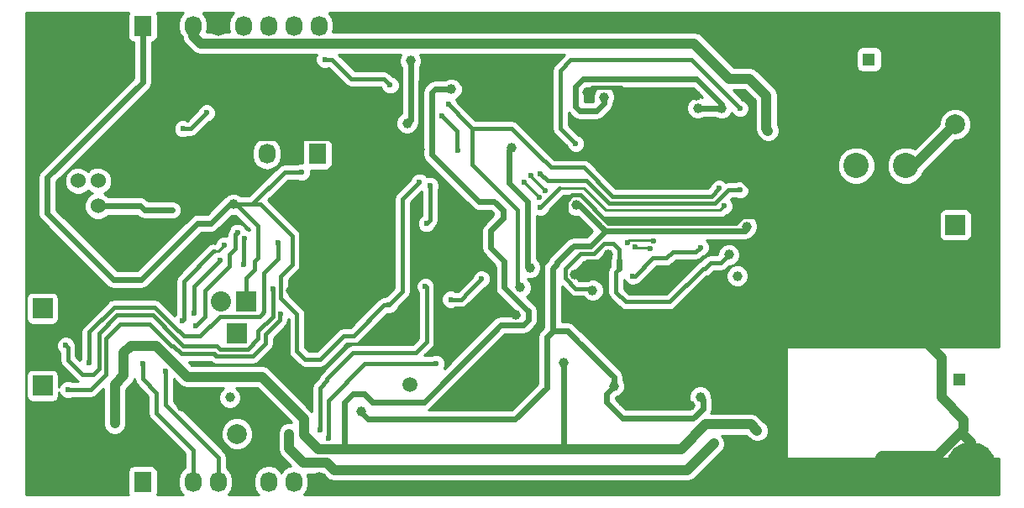
<source format=gbl>
G04 #@! TF.FileFunction,Copper,L2,Bot,Signal*
%FSLAX46Y46*%
G04 Gerber Fmt 4.6, Leading zero omitted, Abs format (unit mm)*
G04 Created by KiCad (PCBNEW 4.0.0-stable) date 12/17/2015 2:41:47 PM*
%MOMM*%
G01*
G04 APERTURE LIST*
%ADD10C,0.100000*%
%ADD11C,5.000000*%
%ADD12R,1.300000X1.300000*%
%ADD13C,1.300000*%
%ADD14R,2.000000X2.000000*%
%ADD15C,2.000000*%
%ADD16C,1.998980*%
%ADD17R,1.998980X1.998980*%
%ADD18C,2.540000*%
%ADD19C,1.501140*%
%ADD20R,2.032000X2.032000*%
%ADD21O,2.032000X2.032000*%
%ADD22R,1.727200X2.032000*%
%ADD23O,1.727200X2.032000*%
%ADD24C,1.524000*%
%ADD25C,2.700020*%
%ADD26C,3.000000*%
%ADD27C,1.000000*%
%ADD28C,0.600000*%
%ADD29C,0.800000*%
%ADD30C,0.600000*%
%ADD31C,1.000000*%
%ADD32C,0.400000*%
%ADD33C,0.250000*%
%ADD34C,0.254000*%
G04 APERTURE END LIST*
D10*
D11*
X73500000Y-3500000D03*
X3500000Y-3500000D03*
X3500000Y-46500000D03*
X73500000Y-46500000D03*
X96000000Y-46500000D03*
X96000000Y-3500000D03*
D12*
X85700000Y-5400000D03*
D13*
X80700000Y-5400000D03*
D12*
X94800000Y-37700000D03*
D13*
X94800000Y-32700000D03*
D14*
X2400000Y-38300000D03*
D15*
X2400000Y-35760000D03*
D14*
X2400000Y-30500000D03*
D15*
X2400000Y-27960000D03*
D16*
X22002540Y-43160000D03*
D17*
X22002540Y-33000000D03*
D16*
X94397460Y-11940000D03*
D17*
X94397460Y-22100000D03*
D18*
X84400640Y-16100000D03*
X89399360Y-16100000D03*
D19*
X39400000Y-38200000D03*
D20*
X22900000Y-29800000D03*
D21*
X20360000Y-29800000D03*
D22*
X12500000Y-2000000D03*
D23*
X15040000Y-2000000D03*
X17580000Y-2000000D03*
X20120000Y-2000000D03*
X22660000Y-2000000D03*
X25200000Y-2000000D03*
X27740000Y-2000000D03*
X30280000Y-2000000D03*
D24*
X8000000Y-17660000D03*
X8000000Y-20200000D03*
X6001020Y-20200000D03*
X6001020Y-17660000D03*
D25*
X3301000Y-12930520D03*
X3301000Y-24929480D03*
D22*
X30100000Y-14900000D03*
D23*
X27560000Y-14900000D03*
X25020000Y-14900000D03*
D26*
X17200000Y-16800000D03*
X63900000Y-16400000D03*
X64000000Y-32400000D03*
D22*
X12500000Y-48000000D03*
D23*
X15040000Y-48000000D03*
X17580000Y-48000000D03*
X20120000Y-48000000D03*
X22660000Y-48000000D03*
X25200000Y-48000000D03*
X27740000Y-48000000D03*
X30280000Y-48000000D03*
D27*
X50150000Y-31150000D03*
D28*
X47650000Y-20950000D03*
X43600000Y-18750000D03*
D27*
X40450000Y-14450000D03*
X50600000Y-10500000D03*
X9350000Y-24300000D03*
D28*
X30000000Y-33350000D03*
D27*
X67750000Y-40300000D03*
D29*
X27300000Y-28700000D03*
D27*
X56800000Y-22850000D03*
X60900000Y-39900000D03*
X56050000Y-27100000D03*
X59400000Y-25050000D03*
X57300000Y-8700000D03*
X68350000Y-9100000D03*
X86850000Y-45600000D03*
X88950000Y-34000000D03*
X16400000Y-40400000D03*
X71600000Y-25100000D03*
X57850000Y-28700000D03*
X51550000Y-26400000D03*
X39150000Y-11850000D03*
X39500000Y-5550000D03*
X49700000Y-14350000D03*
X21650000Y-20000000D03*
D28*
X37350000Y-30150000D03*
X40400000Y-17750000D03*
X28550000Y-16750000D03*
D27*
X21300000Y-39500000D03*
X54950000Y-35950000D03*
X43600000Y-8400000D03*
X74450000Y-42850000D03*
X9700000Y-42100000D03*
D28*
X15500000Y-20600000D03*
D27*
X27250000Y-43150000D03*
X70050000Y-44150000D03*
X75550000Y-12600000D03*
X34500000Y-40900000D03*
X68700000Y-39450000D03*
X60000000Y-38350000D03*
X73400000Y-22250000D03*
X56200000Y-20100000D03*
X59000000Y-9200000D03*
X72450000Y-27250000D03*
X70850000Y-10300000D03*
X68450000Y-10300000D03*
D28*
X30400000Y-42800000D03*
X41000000Y-28300000D03*
X31200000Y-43600000D03*
X42100000Y-36100000D03*
X20750000Y-24100000D03*
X12500000Y-36100000D03*
X16500000Y-31750000D03*
X22050000Y-22850000D03*
X14800000Y-36800000D03*
X17850000Y-32250000D03*
X22750000Y-23450000D03*
X22650000Y-26050000D03*
X42700000Y-11100000D03*
X37450000Y-8000000D03*
X30850000Y-5400000D03*
X44300000Y-14550000D03*
X41450000Y-18100000D03*
X41100000Y-21950000D03*
X26400000Y-31100000D03*
X4950000Y-38700000D03*
X4750000Y-34250000D03*
X25600000Y-28550000D03*
X20300000Y-25700000D03*
X17700000Y-31000000D03*
D27*
X50550000Y-28400000D03*
D28*
X70600000Y-18400000D03*
X43300000Y-9950000D03*
X61350000Y-23850000D03*
X64000000Y-23700000D03*
X53050000Y-18650000D03*
X51600000Y-17150000D03*
X63650000Y-24500000D03*
X62100000Y-24300000D03*
X50950000Y-17750000D03*
X52500000Y-19300000D03*
X7100000Y-36000000D03*
X26150000Y-23900000D03*
X16550000Y-12400000D03*
X18950000Y-10800000D03*
X56150000Y-13900000D03*
X72700000Y-10350000D03*
X68700000Y-24350000D03*
X61900000Y-27250000D03*
X52600000Y-20300000D03*
X71100000Y-20200000D03*
X72750000Y-18550000D03*
X52600000Y-16900000D03*
X43550000Y-29600000D03*
X46650000Y-27550000D03*
D30*
X59150000Y-29800000D02*
X59150000Y-30050000D01*
X59150000Y-30050000D02*
X59450000Y-30350000D01*
X59125000Y-27525000D02*
X59150000Y-27550000D01*
X61500000Y-32400000D02*
X64000000Y-32400000D01*
X59450000Y-30350000D02*
X61500000Y-32400000D01*
X59150000Y-27550000D02*
X59150000Y-29800000D01*
D31*
X91500000Y-34000000D02*
X88950000Y-34000000D01*
X93000000Y-35500000D02*
X91500000Y-34000000D01*
X93000000Y-39500000D02*
X93000000Y-35500000D01*
X95225000Y-41725000D02*
X93000000Y-39500000D01*
X95225000Y-42775000D02*
X95225000Y-41725000D01*
X95225000Y-42775000D02*
X94975000Y-43025000D01*
X87050000Y-45400000D02*
X92600000Y-45400000D01*
X92600000Y-45400000D02*
X95225000Y-42775000D01*
D30*
X46050000Y-24550000D02*
X46050000Y-22850000D01*
X47900000Y-26400000D02*
X46050000Y-24550000D01*
X47900000Y-28900000D02*
X47900000Y-26400000D01*
X50150000Y-31150000D02*
X47900000Y-28900000D01*
X46050000Y-22850000D02*
X46050000Y-22550000D01*
X46050000Y-22550000D02*
X47650000Y-20950000D01*
X43600000Y-18750000D02*
X43600000Y-20400000D01*
X43600000Y-20400000D02*
X46050000Y-22850000D01*
X40450000Y-15600000D02*
X40450000Y-14450000D01*
X43600000Y-18750000D02*
X40450000Y-15600000D01*
X38900000Y-16400000D02*
X38900000Y-16000000D01*
D32*
X33500000Y-22400000D02*
X33500000Y-21800000D01*
X33500000Y-21800000D02*
X38900000Y-16400000D01*
D30*
X38900000Y-16000000D02*
X40450000Y-14450000D01*
X40500000Y-14400000D02*
X40500000Y-14250000D01*
X46750000Y-6650000D02*
X50600000Y-10500000D01*
X41450000Y-6650000D02*
X46750000Y-6650000D01*
X40500000Y-7600000D02*
X41450000Y-6650000D01*
X40500000Y-11250000D02*
X40500000Y-7600000D01*
X40500000Y-14250000D02*
X40500000Y-11250000D01*
X40450000Y-14450000D02*
X40500000Y-14400000D01*
D32*
X27560000Y-14900000D02*
X27560000Y-14290000D01*
X27560000Y-14290000D02*
X28450000Y-13400000D01*
X33500000Y-15550000D02*
X33500000Y-22400000D01*
X31350000Y-13400000D02*
X33500000Y-15550000D01*
X28450000Y-13400000D02*
X31350000Y-13400000D01*
D30*
X6001020Y-21551020D02*
X6001020Y-20200000D01*
X7250000Y-22800000D02*
X6001020Y-21551020D01*
X7850000Y-22800000D02*
X7250000Y-22800000D01*
X9350000Y-24300000D02*
X7850000Y-22800000D01*
D32*
X33500000Y-29850000D02*
X33500000Y-22400000D01*
X30000000Y-33350000D02*
X33500000Y-29850000D01*
D31*
X73500000Y-46500000D02*
X73500000Y-46450000D01*
X73500000Y-46450000D02*
X76450000Y-43500000D01*
X76450000Y-32550000D02*
X75200000Y-31300000D01*
X76450000Y-43500000D02*
X76450000Y-32550000D01*
D30*
X67750000Y-40300000D02*
X65750000Y-40300000D01*
X64000000Y-38550000D02*
X64000000Y-36800000D01*
X65750000Y-40300000D02*
X64000000Y-38550000D01*
D32*
X17200000Y-16800000D02*
X17200000Y-16500000D01*
X17200000Y-16500000D02*
X20300000Y-13400000D01*
X26800000Y-13400000D02*
X27560000Y-14160000D01*
X20300000Y-13400000D02*
X26800000Y-13400000D01*
X27560000Y-14160000D02*
X27560000Y-14900000D01*
X33500000Y-22500000D02*
X33500000Y-22400000D01*
X27300000Y-28700000D02*
X33500000Y-22500000D01*
X60000000Y-21900000D02*
X59400000Y-21900000D01*
X56800000Y-22400000D02*
X56800000Y-22850000D01*
X55200000Y-20800000D02*
X56800000Y-22400000D01*
X55200000Y-19700000D02*
X55200000Y-20800000D01*
X55800000Y-19100000D02*
X55200000Y-19700000D01*
X56600000Y-19100000D02*
X55800000Y-19100000D01*
X59400000Y-21900000D02*
X56600000Y-19100000D01*
X72800000Y-21400000D02*
X72300000Y-21900000D01*
X60200000Y-21900000D02*
X60000000Y-21900000D01*
X70100000Y-21900000D02*
X60200000Y-21900000D01*
X72300000Y-21900000D02*
X70100000Y-21900000D01*
X72900000Y-21300000D02*
X75200000Y-21300000D01*
X72800000Y-21400000D02*
X72900000Y-21300000D01*
D30*
X60900000Y-39900000D02*
X64000000Y-36800000D01*
X64000000Y-36800000D02*
X64000000Y-32400000D01*
X59125000Y-27525000D02*
X59000000Y-27400000D01*
X59000000Y-27400000D02*
X59000000Y-26250000D01*
X59000000Y-26250000D02*
X58600000Y-25850000D01*
X56050000Y-27100000D02*
X57300000Y-25850000D01*
X57300000Y-25850000D02*
X58600000Y-25850000D01*
X58600000Y-25850000D02*
X59400000Y-25050000D01*
D32*
X57300000Y-8700000D02*
X57350000Y-8700000D01*
X63900000Y-11400000D02*
X63900000Y-11750000D01*
X60700000Y-8200000D02*
X63900000Y-11400000D01*
X57850000Y-8200000D02*
X60700000Y-8200000D01*
X57350000Y-8700000D02*
X57850000Y-8200000D01*
X68350000Y-9100000D02*
X66550000Y-9100000D01*
X66550000Y-9100000D02*
X63900000Y-11750000D01*
X63900000Y-11750000D02*
X63900000Y-16400000D01*
D31*
X75200000Y-31600000D02*
X75200000Y-31300000D01*
X75200000Y-31300000D02*
X75200000Y-21300000D01*
X75200000Y-21300000D02*
X75200000Y-20950000D01*
X75200000Y-20950000D02*
X75200000Y-19400000D01*
X75200000Y-19400000D02*
X72200000Y-16400000D01*
X72200000Y-16400000D02*
X72150000Y-16400000D01*
X72150000Y-16400000D02*
X63900000Y-16400000D01*
X75200000Y-31600000D02*
X72000000Y-31600000D01*
X72000000Y-31600000D02*
X71200000Y-32400000D01*
X71200000Y-32400000D02*
X64000000Y-32400000D01*
X88950000Y-34000000D02*
X88950000Y-33300000D01*
X88950000Y-33300000D02*
X87250000Y-31600000D01*
X87250000Y-31600000D02*
X75200000Y-31600000D01*
X86850000Y-45600000D02*
X87050000Y-45400000D01*
X96000000Y-46500000D02*
X96000000Y-44050000D01*
X96000000Y-44050000D02*
X94975000Y-43025000D01*
X90250000Y-32700000D02*
X94800000Y-32700000D01*
X88950000Y-34000000D02*
X90250000Y-32700000D01*
D30*
X22660000Y-46260000D02*
X22660000Y-48000000D01*
X18100000Y-41700000D02*
X22660000Y-46260000D01*
X17700000Y-41700000D02*
X18100000Y-41700000D01*
X16400000Y-40400000D02*
X17700000Y-41700000D01*
D32*
X69750000Y-25900000D02*
X69150000Y-26500000D01*
X70800000Y-25900000D02*
X69750000Y-25900000D01*
X71600000Y-25100000D02*
X70800000Y-25900000D01*
D30*
X60550000Y-25700000D02*
X60550000Y-26500000D01*
D32*
X60550000Y-24600000D02*
X60550000Y-25700000D01*
X59950000Y-24000000D02*
X60550000Y-24600000D01*
X59000000Y-24000000D02*
X59950000Y-24000000D01*
X58000000Y-25000000D02*
X59000000Y-24000000D01*
X56650000Y-25000000D02*
X58000000Y-25000000D01*
X55100000Y-26550000D02*
X56650000Y-25000000D01*
X55100000Y-27450000D02*
X55100000Y-26550000D01*
X56150000Y-28500000D02*
X55100000Y-27450000D01*
X57650000Y-28500000D02*
X56150000Y-28500000D01*
X57850000Y-28700000D02*
X57650000Y-28500000D01*
X60550000Y-26500000D02*
X60200000Y-26850000D01*
X60200000Y-26850000D02*
X60200000Y-28850000D01*
X60200000Y-28850000D02*
X61200000Y-29850000D01*
X61200000Y-29850000D02*
X65600000Y-29850000D01*
X65600000Y-29850000D02*
X68950000Y-26500000D01*
X68950000Y-26500000D02*
X69150000Y-26500000D01*
D30*
X51300000Y-25500000D02*
X51300000Y-26150000D01*
X51300000Y-26150000D02*
X51550000Y-26400000D01*
X39150000Y-11850000D02*
X39500000Y-11500000D01*
X39500000Y-11500000D02*
X39500000Y-5550000D01*
X51300000Y-25400000D02*
X51300000Y-25500000D01*
X49700000Y-14350000D02*
X49450000Y-14600000D01*
X49450000Y-14600000D02*
X49450000Y-17850000D01*
X49450000Y-17850000D02*
X51300000Y-19700000D01*
X51300000Y-19700000D02*
X51300000Y-25400000D01*
X21650000Y-20000000D02*
X21300000Y-20000000D01*
X12500000Y-7700000D02*
X12500000Y-2000000D01*
X2900000Y-17300000D02*
X12500000Y-7700000D01*
X2900000Y-20950000D02*
X2900000Y-17300000D01*
X9550000Y-27600000D02*
X2900000Y-20950000D01*
X12350000Y-27600000D02*
X9550000Y-27600000D01*
X18050000Y-21900000D02*
X12350000Y-27600000D01*
X19400000Y-21900000D02*
X18050000Y-21900000D01*
X21300000Y-20000000D02*
X19400000Y-21900000D01*
D32*
X37350000Y-30150000D02*
X36850000Y-30150000D01*
X36850000Y-30150000D02*
X33750000Y-33250000D01*
X33750000Y-33250000D02*
X32750000Y-33250000D01*
X32750000Y-33250000D02*
X30350000Y-35650000D01*
X30350000Y-35650000D02*
X28900000Y-35650000D01*
X28900000Y-35650000D02*
X28050000Y-34800000D01*
X28050000Y-34800000D02*
X28050000Y-31100000D01*
X28050000Y-31100000D02*
X26400000Y-29450000D01*
X26400000Y-29450000D02*
X26400000Y-27250000D01*
X26400000Y-27250000D02*
X27550000Y-26100000D01*
X27550000Y-26100000D02*
X27550000Y-23200000D01*
X27550000Y-23200000D02*
X24350000Y-20000000D01*
X24350000Y-20000000D02*
X21650000Y-20000000D01*
X21650000Y-20000000D02*
X21600000Y-20000000D01*
X38700000Y-28800000D02*
X37350000Y-30150000D01*
X38700000Y-19450000D02*
X38700000Y-28800000D01*
X40400000Y-17750000D02*
X38700000Y-19450000D01*
X28550000Y-16750000D02*
X26800000Y-16750000D01*
X26800000Y-16750000D02*
X23550000Y-20000000D01*
X23550000Y-20000000D02*
X21600000Y-20000000D01*
X22900000Y-29800000D02*
X22900000Y-27450000D01*
X21900000Y-20000000D02*
X21600000Y-20000000D01*
X24100000Y-22200000D02*
X21900000Y-20000000D01*
X24100000Y-25400000D02*
X24100000Y-22200000D01*
X23750000Y-25750000D02*
X24100000Y-25400000D01*
X23750000Y-26600000D02*
X23750000Y-25750000D01*
X22900000Y-27450000D02*
X23750000Y-26600000D01*
D30*
X51350000Y-30750000D02*
X51300000Y-30750000D01*
X47600000Y-22650000D02*
X48800000Y-21450000D01*
X47600000Y-24400000D02*
X47600000Y-22650000D01*
X48950000Y-25750000D02*
X47600000Y-24400000D01*
X48950000Y-28400000D02*
X48950000Y-25750000D01*
X51300000Y-30750000D02*
X48950000Y-28400000D01*
X42000000Y-8400000D02*
X43600000Y-8400000D01*
X41650000Y-8750000D02*
X42000000Y-8400000D01*
X41650000Y-15000000D02*
X41650000Y-8750000D01*
X46350000Y-19700000D02*
X41650000Y-15000000D01*
X47950000Y-19700000D02*
X46350000Y-19700000D01*
X48800000Y-20550000D02*
X47950000Y-19700000D01*
X48800000Y-21450000D02*
X48800000Y-20550000D01*
X51350000Y-30750000D02*
X51350000Y-31700000D01*
X51350000Y-31700000D02*
X50850000Y-32200000D01*
X54950000Y-35950000D02*
X54950000Y-36950000D01*
X54950000Y-36950000D02*
X54950000Y-44700000D01*
X42300000Y-38500000D02*
X40850000Y-39950000D01*
X50850000Y-32200000D02*
X48600000Y-32200000D01*
X48600000Y-32200000D02*
X42300000Y-38500000D01*
X32850000Y-40000000D02*
X32850000Y-44700000D01*
X33700000Y-39150000D02*
X32850000Y-40000000D01*
X34850000Y-39150000D02*
X33700000Y-39150000D01*
X35650000Y-39950000D02*
X34850000Y-39150000D01*
X36600000Y-39950000D02*
X35650000Y-39950000D01*
X40850000Y-39950000D02*
X36600000Y-39950000D01*
D31*
X65000000Y-44700000D02*
X66750000Y-44700000D01*
X32850000Y-44700000D02*
X54950000Y-44700000D01*
X54950000Y-44700000D02*
X65000000Y-44700000D01*
X66750000Y-44700000D02*
X69250000Y-42200000D01*
X69250000Y-42200000D02*
X73800000Y-42200000D01*
X73800000Y-42200000D02*
X74450000Y-42850000D01*
X30200000Y-44700000D02*
X32850000Y-44700000D01*
X28800000Y-43300000D02*
X30200000Y-44700000D01*
X9700000Y-42100000D02*
X9700000Y-38200000D01*
X24500000Y-37400000D02*
X28800000Y-41700000D01*
X17000000Y-37400000D02*
X24500000Y-37400000D01*
X13900000Y-34300000D02*
X17000000Y-37400000D01*
X11300000Y-34300000D02*
X13900000Y-34300000D01*
X10600000Y-35000000D02*
X11300000Y-34300000D01*
X10600000Y-37300000D02*
X10600000Y-35000000D01*
X9700000Y-38200000D02*
X10600000Y-37300000D01*
X28800000Y-41700000D02*
X28800000Y-43300000D01*
D30*
X28800000Y-43300000D02*
X28800000Y-41700000D01*
X12300000Y-20200000D02*
X8000000Y-20200000D01*
X12700000Y-20600000D02*
X12300000Y-20200000D01*
X15500000Y-20600000D02*
X12700000Y-20600000D01*
D31*
X27250000Y-43150000D02*
X27250000Y-44650000D01*
X31800000Y-46800000D02*
X65450000Y-46800000D01*
X31100000Y-46100000D02*
X31800000Y-46800000D01*
X28700000Y-46100000D02*
X31100000Y-46100000D01*
X27250000Y-44650000D02*
X28700000Y-46100000D01*
X67400000Y-46800000D02*
X70050000Y-44150000D01*
X65450000Y-46800000D02*
X67400000Y-46800000D01*
X17580000Y-2000000D02*
X17580000Y-3030000D01*
X17580000Y-3030000D02*
X18350000Y-3800000D01*
X18350000Y-3800000D02*
X68100000Y-3800000D01*
X68100000Y-3800000D02*
X71650000Y-7350000D01*
X71650000Y-7350000D02*
X73650000Y-7350000D01*
X73650000Y-7350000D02*
X75350000Y-9050000D01*
X75350000Y-9050000D02*
X75350000Y-12400000D01*
X75350000Y-12400000D02*
X75550000Y-12600000D01*
D30*
X53800000Y-32800000D02*
X55350000Y-32800000D01*
X55350000Y-32800000D02*
X56400000Y-33850000D01*
X60000000Y-38350000D02*
X60000000Y-37450000D01*
X60000000Y-37450000D02*
X56400000Y-33850000D01*
X53800000Y-30900000D02*
X53800000Y-32800000D01*
X53800000Y-32800000D02*
X53800000Y-32850000D01*
X53250000Y-33400000D02*
X53250000Y-35150000D01*
X53800000Y-32850000D02*
X53250000Y-33400000D01*
X35250000Y-41700000D02*
X44700000Y-41700000D01*
X50050000Y-41700000D02*
X44700000Y-41700000D01*
X53250000Y-38500000D02*
X50050000Y-41700000D01*
X53250000Y-35150000D02*
X53250000Y-38500000D01*
X34500000Y-40900000D02*
X34500000Y-40950000D01*
X34500000Y-40950000D02*
X35250000Y-41700000D01*
X54300000Y-26000000D02*
X53800000Y-26500000D01*
X53800000Y-26500000D02*
X53800000Y-30900000D01*
X54300000Y-26000000D02*
X54300000Y-25850000D01*
X54300000Y-25850000D02*
X55950000Y-24200000D01*
X55950000Y-24200000D02*
X57650000Y-24200000D01*
X57650000Y-24200000D02*
X59150000Y-22700000D01*
X68700000Y-39450000D02*
X68950000Y-39700000D01*
X68950000Y-39700000D02*
X68950000Y-40650000D01*
X68950000Y-40650000D02*
X68000000Y-41600000D01*
X68000000Y-41600000D02*
X60850000Y-41600000D01*
X60850000Y-41600000D02*
X59250000Y-40000000D01*
X59250000Y-40000000D02*
X59250000Y-39100000D01*
X59250000Y-39100000D02*
X60000000Y-38350000D01*
X73400000Y-22250000D02*
X73400000Y-22500000D01*
X73400000Y-22500000D02*
X73200000Y-22700000D01*
X73200000Y-22700000D02*
X59150000Y-22700000D01*
X59150000Y-22700000D02*
X58700000Y-22250000D01*
X56550000Y-20100000D02*
X58700000Y-22250000D01*
X56200000Y-20100000D02*
X56550000Y-20100000D01*
X70850000Y-10300000D02*
X70850000Y-9900000D01*
X59000000Y-9850000D02*
X59000000Y-9200000D01*
X58250000Y-10600000D02*
X59000000Y-9850000D01*
X56550000Y-10600000D02*
X58250000Y-10600000D01*
X56150000Y-10200000D02*
X56550000Y-10600000D01*
X56150000Y-8100000D02*
X56150000Y-10200000D01*
X56850000Y-7400000D02*
X56150000Y-8100000D01*
X68350000Y-7400000D02*
X56850000Y-7400000D01*
X70850000Y-9900000D02*
X68350000Y-7400000D01*
X69100000Y-10300000D02*
X70850000Y-10300000D01*
X68450000Y-10300000D02*
X69100000Y-10300000D01*
D31*
X94397460Y-11940000D02*
X90237460Y-16100000D01*
X90237460Y-16100000D02*
X89399360Y-16100000D01*
D32*
X31100000Y-37800000D02*
X31100000Y-37600000D01*
X30400000Y-38500000D02*
X31100000Y-37800000D01*
X30400000Y-42800000D02*
X30400000Y-38500000D01*
X33700000Y-35000000D02*
X31100000Y-37600000D01*
X40000000Y-35000000D02*
X33700000Y-35000000D01*
X41100000Y-33900000D02*
X40000000Y-35000000D01*
X41100000Y-28400000D02*
X41100000Y-33900000D01*
X41000000Y-28300000D02*
X41100000Y-28400000D01*
X31200000Y-39800000D02*
X34900000Y-36100000D01*
X31200000Y-42000000D02*
X31200000Y-39800000D01*
X31200000Y-43600000D02*
X31200000Y-42000000D01*
X34900000Y-36100000D02*
X42100000Y-36100000D01*
D33*
X20100000Y-24750000D02*
X19700000Y-24750000D01*
X20750000Y-24100000D02*
X20100000Y-24750000D01*
D32*
X12500000Y-37600000D02*
X13900000Y-39000000D01*
X12500000Y-36100000D02*
X12500000Y-37600000D01*
X17580000Y-44780000D02*
X17580000Y-48000000D01*
X13900000Y-41100000D02*
X17580000Y-44780000D01*
X13900000Y-39000000D02*
X13900000Y-41100000D01*
X19650000Y-24750000D02*
X19700000Y-24750000D01*
X16650000Y-27750000D02*
X19650000Y-24750000D01*
X16650000Y-31600000D02*
X16650000Y-27750000D01*
X16500000Y-31750000D02*
X16650000Y-31600000D01*
X21250000Y-26250000D02*
X20950000Y-26550000D01*
X21250000Y-25100000D02*
X21250000Y-26250000D01*
X21850000Y-24500000D02*
X21250000Y-25100000D01*
X21850000Y-23050000D02*
X21850000Y-24500000D01*
X22050000Y-22850000D02*
X21850000Y-23050000D01*
X20120000Y-48000000D02*
X20120000Y-45520000D01*
X14800000Y-40200000D02*
X14800000Y-36800000D01*
X20120000Y-45520000D02*
X14800000Y-40200000D01*
X18800000Y-31300000D02*
X17850000Y-32250000D01*
X18800000Y-28700000D02*
X18800000Y-31300000D01*
X20950000Y-26550000D02*
X18800000Y-28700000D01*
X22650000Y-23550000D02*
X22650000Y-26050000D01*
X22750000Y-23450000D02*
X22650000Y-23550000D01*
X37450000Y-8000000D02*
X36850000Y-7400000D01*
X36850000Y-7400000D02*
X33550000Y-7400000D01*
X33550000Y-7400000D02*
X31550000Y-5400000D01*
X31550000Y-5400000D02*
X30850000Y-5400000D01*
X44200000Y-12600000D02*
X43200000Y-11600000D01*
X44200000Y-14450000D02*
X44200000Y-12600000D01*
X44300000Y-14550000D02*
X44200000Y-14450000D01*
X41450000Y-21600000D02*
X41450000Y-18100000D01*
X41100000Y-21950000D02*
X41450000Y-21600000D01*
X43200000Y-11600000D02*
X42700000Y-11100000D01*
X8700000Y-37300000D02*
X8800000Y-37200000D01*
X13200000Y-32100000D02*
X15400000Y-34300000D01*
X10200000Y-32100000D02*
X13200000Y-32100000D01*
X8800000Y-33500000D02*
X10200000Y-32100000D01*
X8800000Y-37200000D02*
X8800000Y-33500000D01*
X16700000Y-35100000D02*
X16400000Y-35100000D01*
X15600000Y-34300000D02*
X15400000Y-34300000D01*
X16400000Y-35100000D02*
X15600000Y-34300000D01*
X23600000Y-35300000D02*
X24850000Y-34050000D01*
X19900000Y-35300000D02*
X23600000Y-35300000D01*
X19700000Y-35100000D02*
X19900000Y-35300000D01*
X16700000Y-35100000D02*
X19700000Y-35100000D01*
X24850000Y-33150000D02*
X24850000Y-34050000D01*
X26350000Y-31650000D02*
X24850000Y-33150000D01*
X26350000Y-31150000D02*
X26350000Y-31650000D01*
X26400000Y-31100000D02*
X26350000Y-31150000D01*
X7300000Y-38700000D02*
X4950000Y-38700000D01*
X8700000Y-37300000D02*
X7300000Y-38700000D01*
X8100000Y-36600000D02*
X8100000Y-33000000D01*
X13500000Y-31200000D02*
X15900000Y-33600000D01*
X9900000Y-31200000D02*
X13500000Y-31200000D01*
X8100000Y-33000000D02*
X9900000Y-31200000D01*
X16900000Y-34300000D02*
X16600000Y-34300000D01*
X16600000Y-34300000D02*
X15900000Y-33600000D01*
X8100000Y-36600000D02*
X7500000Y-37200000D01*
X7500000Y-37200000D02*
X6450000Y-37200000D01*
X6450000Y-37200000D02*
X4950000Y-35700000D01*
X4950000Y-35700000D02*
X4950000Y-34450000D01*
X4950000Y-34450000D02*
X4750000Y-34250000D01*
X24150000Y-33550000D02*
X24150000Y-32750000D01*
X23100000Y-34600000D02*
X24150000Y-33550000D01*
X20300000Y-34600000D02*
X23100000Y-34600000D01*
X20000000Y-34300000D02*
X20300000Y-34600000D01*
X16900000Y-34300000D02*
X20000000Y-34300000D01*
X25600000Y-31300000D02*
X24150000Y-32750000D01*
X25600000Y-28550000D02*
X25600000Y-31300000D01*
X17700000Y-31000000D02*
X17700000Y-28300000D01*
X17700000Y-28300000D02*
X20300000Y-25700000D01*
X45700000Y-12350000D02*
X49700000Y-12350000D01*
X49700000Y-12350000D02*
X52350000Y-15000000D01*
X45700000Y-16000000D02*
X45700000Y-12350000D01*
X50250000Y-20550000D02*
X45700000Y-16000000D01*
X50250000Y-28100000D02*
X50250000Y-20550000D01*
X50550000Y-28400000D02*
X50250000Y-28100000D01*
X69800000Y-19200000D02*
X69400000Y-19200000D01*
X53650000Y-16300000D02*
X52350000Y-15000000D01*
X56950000Y-16300000D02*
X53650000Y-16300000D01*
X59850000Y-19200000D02*
X56950000Y-16300000D01*
X69400000Y-19200000D02*
X59850000Y-19200000D01*
X70600000Y-18400000D02*
X69800000Y-19200000D01*
X45700000Y-12350000D02*
X45300000Y-11950000D01*
X43300000Y-9950000D02*
X45300000Y-11950000D01*
D33*
X61550000Y-23650000D02*
X61350000Y-23850000D01*
X63950000Y-23650000D02*
X61550000Y-23650000D01*
X64000000Y-23700000D02*
X63950000Y-23650000D01*
X53050000Y-18650000D02*
X51600000Y-17200000D01*
X51600000Y-17200000D02*
X51600000Y-17150000D01*
X63650000Y-24500000D02*
X63500000Y-24350000D01*
X63500000Y-24350000D02*
X62150000Y-24350000D01*
X62150000Y-24350000D02*
X62100000Y-24300000D01*
X52500000Y-19300000D02*
X50950000Y-17750000D01*
D32*
X26150000Y-23900000D02*
X26150000Y-25500000D01*
X24750000Y-30800000D02*
X24500000Y-31050000D01*
X24750000Y-26900000D02*
X24750000Y-30800000D01*
X26150000Y-25500000D02*
X24750000Y-26900000D01*
X7100000Y-36000000D02*
X7100000Y-32900000D01*
X24250000Y-31300000D02*
X24500000Y-31050000D01*
X20300000Y-31300000D02*
X24250000Y-31300000D01*
X18300000Y-33300000D02*
X20300000Y-31300000D01*
X16650000Y-33300000D02*
X18300000Y-33300000D01*
X16150000Y-32800000D02*
X16650000Y-33300000D01*
X16100000Y-32800000D02*
X16150000Y-32800000D01*
X7100000Y-32900000D02*
X9600000Y-30400000D01*
X9600000Y-30400000D02*
X13700000Y-30400000D01*
X13700000Y-30400000D02*
X16100000Y-32800000D01*
X17350000Y-12400000D02*
X16550000Y-12400000D01*
X18950000Y-10800000D02*
X17350000Y-12400000D01*
X54600000Y-12350000D02*
X56150000Y-13900000D01*
X54600000Y-6500000D02*
X54600000Y-12350000D01*
X55650000Y-5450000D02*
X54600000Y-6500000D01*
X67800000Y-5450000D02*
X55650000Y-5450000D01*
X72700000Y-10350000D02*
X67800000Y-5450000D01*
X68250000Y-24800000D02*
X68150000Y-24800000D01*
X68700000Y-24350000D02*
X68250000Y-24800000D01*
X61900000Y-27250000D02*
X62150000Y-27250000D01*
X62150000Y-27250000D02*
X63950000Y-25450000D01*
X63950000Y-25450000D02*
X65250000Y-25450000D01*
X65250000Y-25450000D02*
X65900000Y-24800000D01*
X65900000Y-24800000D02*
X68150000Y-24800000D01*
X52600000Y-20300000D02*
X54500000Y-18400000D01*
D33*
X57000000Y-18400000D02*
X54500000Y-18400000D01*
X59200000Y-20600000D02*
X57000000Y-18400000D01*
X70700000Y-20600000D02*
X59200000Y-20600000D01*
X71100000Y-20200000D02*
X70700000Y-20600000D01*
D32*
X72750000Y-18550000D02*
X71550000Y-18550000D01*
X71550000Y-18550000D02*
X70200000Y-19900000D01*
X70200000Y-19900000D02*
X59500000Y-19900000D01*
X57200000Y-17600000D02*
X53300000Y-17600000D01*
X59500000Y-19900000D02*
X57200000Y-17600000D01*
X53300000Y-17600000D02*
X52600000Y-16900000D01*
X44600000Y-29600000D02*
X45400000Y-28800000D01*
X43550000Y-29600000D02*
X44600000Y-29600000D01*
X46650000Y-27550000D02*
X45400000Y-28800000D01*
D34*
G36*
X16197434Y-38202566D02*
X16565654Y-38448603D01*
X17000000Y-38535000D01*
X20663318Y-38535000D01*
X20657914Y-38537233D01*
X20338355Y-38856235D01*
X20165197Y-39273244D01*
X20164803Y-39724775D01*
X20337233Y-40142086D01*
X20656235Y-40461645D01*
X21073244Y-40634803D01*
X21524775Y-40635197D01*
X21942086Y-40462767D01*
X22261645Y-40143765D01*
X22434803Y-39726756D01*
X22435197Y-39275225D01*
X22262767Y-38857914D01*
X21943765Y-38538355D01*
X21935685Y-38535000D01*
X24029868Y-38535000D01*
X27533718Y-42038850D01*
X27476756Y-42015197D01*
X27025225Y-42014803D01*
X26607914Y-42187233D01*
X26288355Y-42506235D01*
X26115197Y-42923244D01*
X26114803Y-43374775D01*
X26115000Y-43375252D01*
X26115000Y-44650000D01*
X26201397Y-45084346D01*
X26392555Y-45370434D01*
X26447434Y-45452566D01*
X27382612Y-46387744D01*
X27166511Y-46430729D01*
X26680330Y-46755585D01*
X26470000Y-47070366D01*
X26259670Y-46755585D01*
X25773489Y-46430729D01*
X25200000Y-46316655D01*
X24626511Y-46430729D01*
X24140330Y-46755585D01*
X23815474Y-47241766D01*
X23701400Y-47815255D01*
X23701400Y-48184745D01*
X23815474Y-48758234D01*
X24140330Y-49244415D01*
X24208553Y-49290000D01*
X21111447Y-49290000D01*
X21179670Y-49244415D01*
X21504526Y-48758234D01*
X21618600Y-48184745D01*
X21618600Y-47815255D01*
X21504526Y-47241766D01*
X21179670Y-46755585D01*
X20955000Y-46605465D01*
X20955000Y-45520000D01*
X20891439Y-45200459D01*
X20710434Y-44929566D01*
X19264562Y-43483694D01*
X20367766Y-43483694D01*
X20616078Y-44084655D01*
X21075467Y-44544846D01*
X21675993Y-44794206D01*
X22326234Y-44794774D01*
X22927195Y-44546462D01*
X23387386Y-44087073D01*
X23636746Y-43486547D01*
X23637314Y-42836306D01*
X23389002Y-42235345D01*
X22929613Y-41775154D01*
X22329087Y-41525794D01*
X21678846Y-41525226D01*
X21077885Y-41773538D01*
X20617694Y-42232927D01*
X20368334Y-42833453D01*
X20367766Y-43483694D01*
X19264562Y-43483694D01*
X15635000Y-39854132D01*
X15635000Y-37640132D01*
X16197434Y-38202566D01*
X16197434Y-38202566D01*
G37*
X16197434Y-38202566D02*
X16565654Y-38448603D01*
X17000000Y-38535000D01*
X20663318Y-38535000D01*
X20657914Y-38537233D01*
X20338355Y-38856235D01*
X20165197Y-39273244D01*
X20164803Y-39724775D01*
X20337233Y-40142086D01*
X20656235Y-40461645D01*
X21073244Y-40634803D01*
X21524775Y-40635197D01*
X21942086Y-40462767D01*
X22261645Y-40143765D01*
X22434803Y-39726756D01*
X22435197Y-39275225D01*
X22262767Y-38857914D01*
X21943765Y-38538355D01*
X21935685Y-38535000D01*
X24029868Y-38535000D01*
X27533718Y-42038850D01*
X27476756Y-42015197D01*
X27025225Y-42014803D01*
X26607914Y-42187233D01*
X26288355Y-42506235D01*
X26115197Y-42923244D01*
X26114803Y-43374775D01*
X26115000Y-43375252D01*
X26115000Y-44650000D01*
X26201397Y-45084346D01*
X26392555Y-45370434D01*
X26447434Y-45452566D01*
X27382612Y-46387744D01*
X27166511Y-46430729D01*
X26680330Y-46755585D01*
X26470000Y-47070366D01*
X26259670Y-46755585D01*
X25773489Y-46430729D01*
X25200000Y-46316655D01*
X24626511Y-46430729D01*
X24140330Y-46755585D01*
X23815474Y-47241766D01*
X23701400Y-47815255D01*
X23701400Y-48184745D01*
X23815474Y-48758234D01*
X24140330Y-49244415D01*
X24208553Y-49290000D01*
X21111447Y-49290000D01*
X21179670Y-49244415D01*
X21504526Y-48758234D01*
X21618600Y-48184745D01*
X21618600Y-47815255D01*
X21504526Y-47241766D01*
X21179670Y-46755585D01*
X20955000Y-46605465D01*
X20955000Y-45520000D01*
X20891439Y-45200459D01*
X20710434Y-44929566D01*
X19264562Y-43483694D01*
X20367766Y-43483694D01*
X20616078Y-44084655D01*
X21075467Y-44544846D01*
X21675993Y-44794206D01*
X22326234Y-44794774D01*
X22927195Y-44546462D01*
X23387386Y-44087073D01*
X23636746Y-43486547D01*
X23637314Y-42836306D01*
X23389002Y-42235345D01*
X22929613Y-41775154D01*
X22329087Y-41525794D01*
X21678846Y-41525226D01*
X21077885Y-41773538D01*
X20617694Y-42232927D01*
X20368334Y-42833453D01*
X20367766Y-43483694D01*
X19264562Y-43483694D01*
X15635000Y-39854132D01*
X15635000Y-37640132D01*
X16197434Y-38202566D01*
G36*
X16520330Y-755585D02*
X16195474Y-1241766D01*
X16081400Y-1815255D01*
X16081400Y-2184745D01*
X16195474Y-2758234D01*
X16473797Y-3174774D01*
X16531397Y-3464346D01*
X16677728Y-3683345D01*
X16777434Y-3832566D01*
X17547433Y-4602566D01*
X17768084Y-4750000D01*
X17915654Y-4848603D01*
X18350000Y-4935000D01*
X30030682Y-4935000D01*
X29915162Y-5213201D01*
X29914838Y-5585167D01*
X30056883Y-5928943D01*
X30319673Y-6192192D01*
X30663201Y-6334838D01*
X31035167Y-6335162D01*
X31225606Y-6256474D01*
X32959566Y-7990434D01*
X33230459Y-8171439D01*
X33550000Y-8235000D01*
X36504132Y-8235000D01*
X36557465Y-8288333D01*
X36656883Y-8528943D01*
X36919673Y-8792192D01*
X37263201Y-8934838D01*
X37635167Y-8935162D01*
X37978943Y-8793117D01*
X38242192Y-8530327D01*
X38384838Y-8186799D01*
X38385162Y-7814833D01*
X38243117Y-7471057D01*
X37980327Y-7207808D01*
X37738090Y-7107222D01*
X37440434Y-6809566D01*
X37334609Y-6738856D01*
X37169541Y-6628561D01*
X36850000Y-6565000D01*
X33895868Y-6565000D01*
X32265868Y-4935000D01*
X38526411Y-4935000D01*
X38365197Y-5323244D01*
X38364803Y-5774775D01*
X38537233Y-6192086D01*
X38565000Y-6219901D01*
X38565000Y-10863645D01*
X38507914Y-10887233D01*
X38188355Y-11206235D01*
X38015197Y-11623244D01*
X38014803Y-12074775D01*
X38187233Y-12492086D01*
X38506235Y-12811645D01*
X38923244Y-12984803D01*
X39374775Y-12985197D01*
X39792086Y-12812767D01*
X40111645Y-12493765D01*
X40284803Y-12076756D01*
X40284891Y-11975945D01*
X40363827Y-11857809D01*
X40435000Y-11500000D01*
X40435000Y-6220364D01*
X40461645Y-6193765D01*
X40634803Y-5776756D01*
X40635197Y-5325225D01*
X40473959Y-4935000D01*
X54984132Y-4935000D01*
X54009566Y-5909566D01*
X53828561Y-6180459D01*
X53765000Y-6500000D01*
X53765000Y-12350000D01*
X53828561Y-12669541D01*
X53923512Y-12811645D01*
X54009566Y-12940434D01*
X55257465Y-14188333D01*
X55356883Y-14428943D01*
X55619673Y-14692192D01*
X55963201Y-14834838D01*
X56335167Y-14835162D01*
X56678943Y-14693117D01*
X56942192Y-14430327D01*
X57084838Y-14086799D01*
X57085162Y-13714833D01*
X56943117Y-13371057D01*
X56680327Y-13107808D01*
X56438090Y-13007222D01*
X55435000Y-12004132D01*
X55435000Y-10780545D01*
X55488855Y-10861145D01*
X55888855Y-11261145D01*
X56192191Y-11463827D01*
X56550000Y-11535000D01*
X58250000Y-11535000D01*
X58607809Y-11463827D01*
X58911145Y-11261145D01*
X59661145Y-10511145D01*
X59863827Y-10207809D01*
X59929946Y-9875409D01*
X59961645Y-9843765D01*
X60134803Y-9426756D01*
X60135197Y-8975225D01*
X59962767Y-8557914D01*
X59740242Y-8335000D01*
X67962710Y-8335000D01*
X68875386Y-9247676D01*
X68676756Y-9165197D01*
X68225225Y-9164803D01*
X67807914Y-9337233D01*
X67488355Y-9656235D01*
X67315197Y-10073244D01*
X67314803Y-10524775D01*
X67487233Y-10942086D01*
X67806235Y-11261645D01*
X68223244Y-11434803D01*
X68674775Y-11435197D01*
X69092086Y-11262767D01*
X69119901Y-11235000D01*
X70179636Y-11235000D01*
X70206235Y-11261645D01*
X70623244Y-11434803D01*
X71074775Y-11435197D01*
X71492086Y-11262767D01*
X71811645Y-10943765D01*
X71872807Y-10796472D01*
X71906883Y-10878943D01*
X72169673Y-11142192D01*
X72513201Y-11284838D01*
X72885167Y-11285162D01*
X73228943Y-11143117D01*
X73492192Y-10880327D01*
X73634838Y-10536799D01*
X73635162Y-10164833D01*
X73493117Y-9821057D01*
X73230327Y-9557808D01*
X72988090Y-9457222D01*
X72015868Y-8485000D01*
X73179868Y-8485000D01*
X74215000Y-9520132D01*
X74215000Y-12400000D01*
X74301397Y-12834346D01*
X74483501Y-13106883D01*
X74547434Y-13202566D01*
X74747020Y-13402152D01*
X74906235Y-13561645D01*
X75323244Y-13734803D01*
X75774775Y-13735197D01*
X76192086Y-13562767D01*
X76511645Y-13243765D01*
X76684803Y-12826756D01*
X76685197Y-12375225D01*
X76512767Y-11957914D01*
X76485000Y-11930099D01*
X76485000Y-9050000D01*
X76398603Y-8615654D01*
X76152566Y-8247434D01*
X74452566Y-6547434D01*
X74399004Y-6511645D01*
X74084346Y-6301397D01*
X73650000Y-6215000D01*
X72120132Y-6215000D01*
X70655132Y-4750000D01*
X84402560Y-4750000D01*
X84402560Y-6050000D01*
X84446838Y-6285317D01*
X84585910Y-6501441D01*
X84798110Y-6646431D01*
X85050000Y-6697440D01*
X86350000Y-6697440D01*
X86585317Y-6653162D01*
X86801441Y-6514090D01*
X86946431Y-6301890D01*
X86997440Y-6050000D01*
X86997440Y-4750000D01*
X86953162Y-4514683D01*
X86814090Y-4298559D01*
X86601890Y-4153569D01*
X86350000Y-4102560D01*
X85050000Y-4102560D01*
X84814683Y-4146838D01*
X84598559Y-4285910D01*
X84453569Y-4498110D01*
X84402560Y-4750000D01*
X70655132Y-4750000D01*
X68902565Y-2997433D01*
X68534346Y-2751397D01*
X68100000Y-2665000D01*
X31683071Y-2665000D01*
X31778600Y-2184745D01*
X31778600Y-1815255D01*
X31664526Y-1241766D01*
X31339670Y-755585D01*
X31271447Y-710000D01*
X98790000Y-710000D01*
X98790000Y-34373000D01*
X77500000Y-34373000D01*
X77450590Y-34383006D01*
X77408965Y-34411447D01*
X77381685Y-34453841D01*
X77373000Y-34500000D01*
X77373000Y-45500000D01*
X77383006Y-45549410D01*
X77411447Y-45591035D01*
X77453841Y-45618315D01*
X77500000Y-45627000D01*
X98790000Y-45627000D01*
X98790000Y-49290000D01*
X28731447Y-49290000D01*
X28799670Y-49244415D01*
X29124526Y-48758234D01*
X29238600Y-48184745D01*
X29238600Y-47815255D01*
X29124526Y-47241766D01*
X29120005Y-47235000D01*
X30629868Y-47235000D01*
X30997433Y-47602566D01*
X31315745Y-47815255D01*
X31365654Y-47848603D01*
X31800000Y-47935000D01*
X67400000Y-47935000D01*
X67834346Y-47848603D01*
X68202566Y-47602566D01*
X70852152Y-44952980D01*
X71011645Y-44793765D01*
X71184803Y-44376756D01*
X71185197Y-43925225D01*
X71012767Y-43507914D01*
X70840154Y-43335000D01*
X73329868Y-43335000D01*
X73647020Y-43652152D01*
X73806235Y-43811645D01*
X74223244Y-43984803D01*
X74674775Y-43985197D01*
X75092086Y-43812767D01*
X75411645Y-43493765D01*
X75584803Y-43076756D01*
X75585197Y-42625225D01*
X75412767Y-42207914D01*
X75093765Y-41888355D01*
X75093290Y-41888158D01*
X74602566Y-41397434D01*
X74519889Y-41342191D01*
X74234346Y-41151397D01*
X73800000Y-41065000D01*
X69775613Y-41065000D01*
X69813827Y-41007809D01*
X69885000Y-40650000D01*
X69885000Y-39700000D01*
X69835002Y-39448645D01*
X69835197Y-39225225D01*
X69662767Y-38807914D01*
X69343765Y-38488355D01*
X68926756Y-38315197D01*
X68475225Y-38314803D01*
X68057914Y-38487233D01*
X67738355Y-38806235D01*
X67565197Y-39223244D01*
X67564803Y-39674775D01*
X67737233Y-40092086D01*
X67961233Y-40316477D01*
X67612710Y-40665000D01*
X61237290Y-40665000D01*
X60185000Y-39612710D01*
X60185000Y-39487290D01*
X60187126Y-39485164D01*
X60224775Y-39485197D01*
X60642086Y-39312767D01*
X60961645Y-38993765D01*
X61134803Y-38576756D01*
X61135197Y-38125225D01*
X60962767Y-37707914D01*
X60935000Y-37680099D01*
X60935000Y-37450000D01*
X60863827Y-37092191D01*
X60661145Y-36788855D01*
X56011145Y-32138855D01*
X55707809Y-31936173D01*
X55350000Y-31865000D01*
X54735000Y-31865000D01*
X54735000Y-28265868D01*
X55559566Y-29090434D01*
X55830459Y-29271439D01*
X56150000Y-29335000D01*
X56884305Y-29335000D01*
X56887233Y-29342086D01*
X57206235Y-29661645D01*
X57623244Y-29834803D01*
X58074775Y-29835197D01*
X58492086Y-29662767D01*
X58811645Y-29343765D01*
X58984803Y-28926756D01*
X58985197Y-28475225D01*
X58812767Y-28057914D01*
X58493765Y-27738355D01*
X58076756Y-27565197D01*
X57625225Y-27564803D01*
X57382731Y-27665000D01*
X56495868Y-27665000D01*
X55935000Y-27104132D01*
X55935000Y-26895868D01*
X56995868Y-25835000D01*
X58000000Y-25835000D01*
X58319541Y-25771439D01*
X58590434Y-25590434D01*
X59345868Y-24835000D01*
X59604132Y-24835000D01*
X59715000Y-24945868D01*
X59715000Y-25299048D01*
X59686173Y-25342191D01*
X59615000Y-25700000D01*
X59615000Y-26254132D01*
X59609566Y-26259566D01*
X59428561Y-26530459D01*
X59365000Y-26850000D01*
X59365000Y-28850000D01*
X59428561Y-29169541D01*
X59592460Y-29414833D01*
X59609566Y-29440434D01*
X60609566Y-30440434D01*
X60880460Y-30621440D01*
X61200000Y-30685000D01*
X65600000Y-30685000D01*
X65919541Y-30621439D01*
X66190434Y-30440434D01*
X69156093Y-27474775D01*
X71314803Y-27474775D01*
X71487233Y-27892086D01*
X71806235Y-28211645D01*
X72223244Y-28384803D01*
X72674775Y-28385197D01*
X73092086Y-28212767D01*
X73411645Y-27893765D01*
X73584803Y-27476756D01*
X73585197Y-27025225D01*
X73412767Y-26607914D01*
X73093765Y-26288355D01*
X72676756Y-26115197D01*
X72225225Y-26114803D01*
X71807914Y-26287233D01*
X71488355Y-26606235D01*
X71315197Y-27023244D01*
X71314803Y-27474775D01*
X69156093Y-27474775D01*
X69332088Y-27298780D01*
X69469541Y-27271439D01*
X69740434Y-27090434D01*
X70095868Y-26735000D01*
X70800000Y-26735000D01*
X71119541Y-26671439D01*
X71390434Y-26490434D01*
X71645827Y-26235041D01*
X71824775Y-26235197D01*
X72242086Y-26062767D01*
X72561645Y-25743765D01*
X72734803Y-25326756D01*
X72735197Y-24875225D01*
X72562767Y-24457914D01*
X72243765Y-24138355D01*
X71826756Y-23965197D01*
X71375225Y-23964803D01*
X70957914Y-24137233D01*
X70638355Y-24456235D01*
X70465197Y-24873244D01*
X70465039Y-25054093D01*
X70454132Y-25065000D01*
X69750000Y-25065000D01*
X69430459Y-25128561D01*
X69233747Y-25260000D01*
X69159566Y-25309566D01*
X68767912Y-25701220D01*
X68630459Y-25728561D01*
X68448713Y-25850000D01*
X68359566Y-25909566D01*
X65254132Y-29015000D01*
X61545868Y-29015000D01*
X61035000Y-28504132D01*
X61035000Y-27604972D01*
X61106883Y-27778943D01*
X61369673Y-28042192D01*
X61713201Y-28184838D01*
X62085167Y-28185162D01*
X62428943Y-28043117D01*
X62445960Y-28026130D01*
X62469541Y-28021439D01*
X62740434Y-27840434D01*
X64295868Y-26285000D01*
X65250000Y-26285000D01*
X65569541Y-26221439D01*
X65840434Y-26040434D01*
X66245868Y-25635000D01*
X68250000Y-25635000D01*
X68569541Y-25571439D01*
X68840434Y-25390434D01*
X68988333Y-25242535D01*
X69228943Y-25143117D01*
X69492192Y-24880327D01*
X69634838Y-24536799D01*
X69635162Y-24164833D01*
X69493117Y-23821057D01*
X69307384Y-23635000D01*
X73200000Y-23635000D01*
X73557809Y-23563827D01*
X73861145Y-23361145D01*
X73986594Y-23235696D01*
X74042086Y-23212767D01*
X74361645Y-22893765D01*
X74534803Y-22476756D01*
X74535197Y-22025225D01*
X74362767Y-21607914D01*
X74043765Y-21288355D01*
X73626756Y-21115197D01*
X73175225Y-21114803D01*
X72757914Y-21287233D01*
X72438355Y-21606235D01*
X72372430Y-21765000D01*
X59537290Y-21765000D01*
X59115477Y-21343187D01*
X59200000Y-21360000D01*
X70700000Y-21360000D01*
X70990839Y-21302148D01*
X71237401Y-21137401D01*
X71239680Y-21135122D01*
X71285167Y-21135162D01*
X71369031Y-21100510D01*
X92750530Y-21100510D01*
X92750530Y-23099490D01*
X92794808Y-23334807D01*
X92933880Y-23550931D01*
X93146080Y-23695921D01*
X93397970Y-23746930D01*
X95396950Y-23746930D01*
X95632267Y-23702652D01*
X95848391Y-23563580D01*
X95993381Y-23351380D01*
X96044390Y-23099490D01*
X96044390Y-21100510D01*
X96000112Y-20865193D01*
X95861040Y-20649069D01*
X95648840Y-20504079D01*
X95396950Y-20453070D01*
X93397970Y-20453070D01*
X93162653Y-20497348D01*
X92946529Y-20636420D01*
X92801539Y-20848620D01*
X92750530Y-21100510D01*
X71369031Y-21100510D01*
X71628943Y-20993117D01*
X71892192Y-20730327D01*
X72034838Y-20386799D01*
X72035162Y-20014833D01*
X71893117Y-19671057D01*
X71751588Y-19529280D01*
X71895868Y-19385000D01*
X72322766Y-19385000D01*
X72563201Y-19484838D01*
X72935167Y-19485162D01*
X73278943Y-19343117D01*
X73542192Y-19080327D01*
X73684838Y-18736799D01*
X73685162Y-18364833D01*
X73543117Y-18021057D01*
X73280327Y-17757808D01*
X72936799Y-17615162D01*
X72564833Y-17614838D01*
X72322422Y-17715000D01*
X71550000Y-17715000D01*
X71289132Y-17766890D01*
X71130327Y-17607808D01*
X70786799Y-17465162D01*
X70414833Y-17464838D01*
X70071057Y-17606883D01*
X69807808Y-17869673D01*
X69707222Y-18111910D01*
X69454132Y-18365000D01*
X60195868Y-18365000D01*
X58308133Y-16477265D01*
X82495310Y-16477265D01*
X82784718Y-17177686D01*
X83320135Y-17714039D01*
X84020050Y-18004668D01*
X84777905Y-18005330D01*
X85478326Y-17715922D01*
X86014679Y-17180505D01*
X86305308Y-16480590D01*
X86305310Y-16477265D01*
X87494030Y-16477265D01*
X87783438Y-17177686D01*
X88318855Y-17714039D01*
X89018770Y-18004668D01*
X89776625Y-18005330D01*
X90477046Y-17715922D01*
X91013399Y-17180505D01*
X91191853Y-16750739D01*
X94368126Y-13574466D01*
X94721154Y-13574774D01*
X95322115Y-13326462D01*
X95782306Y-12867073D01*
X96031666Y-12266547D01*
X96032234Y-11616306D01*
X95783922Y-11015345D01*
X95324533Y-10555154D01*
X94724007Y-10305794D01*
X94073766Y-10305226D01*
X93472805Y-10553538D01*
X93012614Y-11012927D01*
X92763254Y-11613453D01*
X92762943Y-11969385D01*
X90314876Y-14417452D01*
X89779950Y-14195332D01*
X89022095Y-14194670D01*
X88321674Y-14484078D01*
X87785321Y-15019495D01*
X87494692Y-15719410D01*
X87494030Y-16477265D01*
X86305310Y-16477265D01*
X86305970Y-15722735D01*
X86016562Y-15022314D01*
X85481145Y-14485961D01*
X84781230Y-14195332D01*
X84023375Y-14194670D01*
X83322954Y-14484078D01*
X82786601Y-15019495D01*
X82495972Y-15719410D01*
X82495310Y-16477265D01*
X58308133Y-16477265D01*
X57540434Y-15709566D01*
X57496874Y-15680460D01*
X57269541Y-15528561D01*
X56950000Y-15465000D01*
X53995868Y-15465000D01*
X50290434Y-11759566D01*
X50253426Y-11734838D01*
X50019541Y-11578561D01*
X49700000Y-11515000D01*
X46045868Y-11515000D01*
X44192535Y-9661667D01*
X44094269Y-9423844D01*
X44242086Y-9362767D01*
X44561645Y-9043765D01*
X44734803Y-8626756D01*
X44735197Y-8175225D01*
X44562767Y-7757914D01*
X44243765Y-7438355D01*
X43826756Y-7265197D01*
X43375225Y-7264803D01*
X42957914Y-7437233D01*
X42930099Y-7465000D01*
X42000000Y-7465000D01*
X41642191Y-7536173D01*
X41338855Y-7738855D01*
X40988855Y-8088855D01*
X40786173Y-8392191D01*
X40715000Y-8750000D01*
X40715000Y-15000000D01*
X40786173Y-15357809D01*
X40988855Y-15661145D01*
X45688855Y-20361145D01*
X45992191Y-20563827D01*
X46350000Y-20635000D01*
X47562710Y-20635000D01*
X47865000Y-20937290D01*
X47865000Y-21062710D01*
X46938855Y-21988855D01*
X46736173Y-22292191D01*
X46665000Y-22650000D01*
X46665000Y-24400000D01*
X46736173Y-24757809D01*
X46938855Y-25061145D01*
X48015000Y-26137290D01*
X48015000Y-28400000D01*
X48086173Y-28757809D01*
X48288855Y-29061145D01*
X50415000Y-31187290D01*
X50415000Y-31265000D01*
X48600000Y-31265000D01*
X48242191Y-31336173D01*
X47938855Y-31538855D01*
X42924011Y-36553699D01*
X43034838Y-36286799D01*
X43035162Y-35914833D01*
X42893117Y-35571057D01*
X42630327Y-35307808D01*
X42286799Y-35165162D01*
X41914833Y-35164838D01*
X41672422Y-35265000D01*
X40915868Y-35265000D01*
X41690434Y-34490434D01*
X41771213Y-34369540D01*
X41871439Y-34219541D01*
X41935000Y-33900000D01*
X41935000Y-29785167D01*
X42614838Y-29785167D01*
X42756883Y-30128943D01*
X43019673Y-30392192D01*
X43363201Y-30534838D01*
X43735167Y-30535162D01*
X43977578Y-30435000D01*
X44600000Y-30435000D01*
X44919541Y-30371439D01*
X45190434Y-30190434D01*
X46938333Y-28442535D01*
X47178943Y-28343117D01*
X47442192Y-28080327D01*
X47584838Y-27736799D01*
X47585162Y-27364833D01*
X47443117Y-27021057D01*
X47180327Y-26757808D01*
X46836799Y-26615162D01*
X46464833Y-26614838D01*
X46121057Y-26756883D01*
X45857808Y-27019673D01*
X45757222Y-27261910D01*
X44254132Y-28765000D01*
X43977234Y-28765000D01*
X43736799Y-28665162D01*
X43364833Y-28664838D01*
X43021057Y-28806883D01*
X42757808Y-29069673D01*
X42615162Y-29413201D01*
X42614838Y-29785167D01*
X41935000Y-29785167D01*
X41935000Y-28400000D01*
X41934914Y-28399568D01*
X41935162Y-28114833D01*
X41793117Y-27771057D01*
X41530327Y-27507808D01*
X41186799Y-27365162D01*
X40814833Y-27364838D01*
X40471057Y-27506883D01*
X40207808Y-27769673D01*
X40065162Y-28113201D01*
X40064838Y-28485167D01*
X40206883Y-28828943D01*
X40265000Y-28887162D01*
X40265000Y-33554132D01*
X39654132Y-34165000D01*
X33700000Y-34165000D01*
X33380459Y-34228561D01*
X33221162Y-34335000D01*
X33109566Y-34409566D01*
X30509566Y-37009566D01*
X30328561Y-37280459D01*
X30301220Y-37417911D01*
X29809566Y-37909566D01*
X29628561Y-38180459D01*
X29565000Y-38500000D01*
X29565000Y-40859868D01*
X25302566Y-36597434D01*
X25179195Y-36515000D01*
X24934346Y-36351397D01*
X24500000Y-36265000D01*
X17470132Y-36265000D01*
X17140132Y-35935000D01*
X19376264Y-35935000D01*
X19580460Y-36071440D01*
X19900000Y-36135000D01*
X23600000Y-36135000D01*
X23919541Y-36071439D01*
X24190434Y-35890434D01*
X25440434Y-34640434D01*
X25527877Y-34509566D01*
X25621439Y-34369541D01*
X25685000Y-34050000D01*
X25685000Y-33495868D01*
X26940434Y-32240434D01*
X26994468Y-32159566D01*
X27121439Y-31969541D01*
X27185000Y-31650000D01*
X27185000Y-31637506D01*
X27192192Y-31630327D01*
X27215000Y-31575400D01*
X27215000Y-34800000D01*
X27278561Y-35119541D01*
X27446874Y-35371439D01*
X27459566Y-35390434D01*
X28309566Y-36240434D01*
X28580460Y-36421440D01*
X28900000Y-36485000D01*
X30350000Y-36485000D01*
X30669541Y-36421439D01*
X30940434Y-36240434D01*
X33095868Y-34085000D01*
X33750000Y-34085000D01*
X34069541Y-34021439D01*
X34340434Y-33840434D01*
X37115738Y-31065130D01*
X37163201Y-31084838D01*
X37535167Y-31085162D01*
X37878943Y-30943117D01*
X38142192Y-30680327D01*
X38242778Y-30438090D01*
X39290434Y-29390434D01*
X39298367Y-29378561D01*
X39471439Y-29119541D01*
X39535000Y-28800000D01*
X39535000Y-19795868D01*
X40615000Y-18715868D01*
X40615000Y-21138726D01*
X40571057Y-21156883D01*
X40307808Y-21419673D01*
X40165162Y-21763201D01*
X40164838Y-22135167D01*
X40306883Y-22478943D01*
X40569673Y-22742192D01*
X40913201Y-22884838D01*
X41285167Y-22885162D01*
X41628943Y-22743117D01*
X41892192Y-22480327D01*
X41992778Y-22238090D01*
X42040434Y-22190434D01*
X42221440Y-21919540D01*
X42285000Y-21600000D01*
X42285000Y-18527234D01*
X42384838Y-18286799D01*
X42385162Y-17914833D01*
X42243117Y-17571057D01*
X41980327Y-17307808D01*
X41636799Y-17165162D01*
X41264833Y-17164838D01*
X41174327Y-17202234D01*
X40930327Y-16957808D01*
X40586799Y-16815162D01*
X40214833Y-16814838D01*
X39871057Y-16956883D01*
X39607808Y-17219673D01*
X39507222Y-17461910D01*
X38109566Y-18859566D01*
X37928561Y-19130459D01*
X37865000Y-19450000D01*
X37865000Y-28454132D01*
X37061667Y-29257465D01*
X36922422Y-29315000D01*
X36850000Y-29315000D01*
X36530459Y-29378561D01*
X36296332Y-29535000D01*
X36259566Y-29559566D01*
X33404132Y-32415000D01*
X32750000Y-32415000D01*
X32430460Y-32478560D01*
X32159566Y-32659566D01*
X30004132Y-34815000D01*
X29245868Y-34815000D01*
X28885000Y-34454132D01*
X28885000Y-31100000D01*
X28821439Y-30780459D01*
X28640434Y-30509566D01*
X27235000Y-29104132D01*
X27235000Y-27595868D01*
X28140434Y-26690434D01*
X28321440Y-26419540D01*
X28385000Y-26100000D01*
X28385000Y-23200000D01*
X28321439Y-22880459D01*
X28140434Y-22609566D01*
X25130868Y-19600000D01*
X27145868Y-17585000D01*
X28122766Y-17585000D01*
X28363201Y-17684838D01*
X28735167Y-17685162D01*
X29078943Y-17543117D01*
X29342192Y-17280327D01*
X29484838Y-16936799D01*
X29485162Y-16564833D01*
X29484586Y-16563440D01*
X30963600Y-16563440D01*
X31198917Y-16519162D01*
X31415041Y-16380090D01*
X31560031Y-16167890D01*
X31611040Y-15916000D01*
X31611040Y-13884000D01*
X31566762Y-13648683D01*
X31427690Y-13432559D01*
X31215490Y-13287569D01*
X30963600Y-13236560D01*
X29236400Y-13236560D01*
X29001083Y-13280838D01*
X28784959Y-13419910D01*
X28639969Y-13632110D01*
X28588960Y-13884000D01*
X28588960Y-15815033D01*
X28364833Y-15814838D01*
X28122422Y-15915000D01*
X26800000Y-15915000D01*
X26480459Y-15978561D01*
X26209566Y-16159566D01*
X23204132Y-19165000D01*
X22420189Y-19165000D01*
X22293765Y-19038355D01*
X21876756Y-18865197D01*
X21425225Y-18864803D01*
X21007914Y-19037233D01*
X20841211Y-19203646D01*
X20638855Y-19338855D01*
X19012710Y-20965000D01*
X18050000Y-20965000D01*
X17692191Y-21036173D01*
X17388855Y-21238855D01*
X11962710Y-26665000D01*
X9937290Y-26665000D01*
X3835000Y-20562710D01*
X3835000Y-17936661D01*
X4603778Y-17936661D01*
X4816010Y-18450303D01*
X5208650Y-18843629D01*
X5721920Y-19056757D01*
X6277681Y-19057242D01*
X6791323Y-18845010D01*
X7000530Y-18636168D01*
X7207630Y-18843629D01*
X7415512Y-18929949D01*
X7209697Y-19014990D01*
X6816371Y-19407630D01*
X6603243Y-19920900D01*
X6602758Y-20476661D01*
X6814990Y-20990303D01*
X7207630Y-21383629D01*
X7720900Y-21596757D01*
X8276661Y-21597242D01*
X8790303Y-21385010D01*
X9040750Y-21135000D01*
X11912710Y-21135000D01*
X12038855Y-21261145D01*
X12342191Y-21463827D01*
X12700000Y-21535000D01*
X15499184Y-21535000D01*
X15685167Y-21535162D01*
X16028943Y-21393117D01*
X16292192Y-21130327D01*
X16434838Y-20786799D01*
X16435162Y-20414833D01*
X16293117Y-20071057D01*
X16030327Y-19807808D01*
X15686799Y-19665162D01*
X15314833Y-19664838D01*
X15314441Y-19665000D01*
X13087290Y-19665000D01*
X12961145Y-19538855D01*
X12657809Y-19336173D01*
X12300000Y-19265000D01*
X9040565Y-19265000D01*
X8792370Y-19016371D01*
X8584488Y-18930051D01*
X8790303Y-18845010D01*
X9183629Y-18452370D01*
X9396757Y-17939100D01*
X9397242Y-17383339D01*
X9185010Y-16869697D01*
X8792370Y-16476371D01*
X8279100Y-16263243D01*
X7723339Y-16262758D01*
X7209697Y-16474990D01*
X7000490Y-16683832D01*
X6793390Y-16476371D01*
X6280120Y-16263243D01*
X5724359Y-16262758D01*
X5210717Y-16474990D01*
X4817391Y-16867630D01*
X4604263Y-17380900D01*
X4603778Y-17936661D01*
X3835000Y-17936661D01*
X3835000Y-17687290D01*
X6807035Y-14715255D01*
X23521400Y-14715255D01*
X23521400Y-15084745D01*
X23635474Y-15658234D01*
X23960330Y-16144415D01*
X24446511Y-16469271D01*
X25020000Y-16583345D01*
X25593489Y-16469271D01*
X26079670Y-16144415D01*
X26404526Y-15658234D01*
X26518600Y-15084745D01*
X26518600Y-14715255D01*
X26404526Y-14141766D01*
X26079670Y-13655585D01*
X25593489Y-13330729D01*
X25020000Y-13216655D01*
X24446511Y-13330729D01*
X23960330Y-13655585D01*
X23635474Y-14141766D01*
X23521400Y-14715255D01*
X6807035Y-14715255D01*
X8937123Y-12585167D01*
X15614838Y-12585167D01*
X15756883Y-12928943D01*
X16019673Y-13192192D01*
X16363201Y-13334838D01*
X16735167Y-13335162D01*
X16977578Y-13235000D01*
X17350000Y-13235000D01*
X17669541Y-13171439D01*
X17940434Y-12990434D01*
X19238333Y-11692535D01*
X19478943Y-11593117D01*
X19742192Y-11330327D01*
X19884838Y-10986799D01*
X19885162Y-10614833D01*
X19743117Y-10271057D01*
X19480327Y-10007808D01*
X19136799Y-9865162D01*
X18764833Y-9864838D01*
X18421057Y-10006883D01*
X18157808Y-10269673D01*
X18057222Y-10511910D01*
X17004132Y-11565000D01*
X16977234Y-11565000D01*
X16736799Y-11465162D01*
X16364833Y-11464838D01*
X16021057Y-11606883D01*
X15757808Y-11869673D01*
X15615162Y-12213201D01*
X15614838Y-12585167D01*
X8937123Y-12585167D01*
X13161145Y-8361145D01*
X13363827Y-8057809D01*
X13435000Y-7700000D01*
X13435000Y-3650005D01*
X13598917Y-3619162D01*
X13815041Y-3480090D01*
X13960031Y-3267890D01*
X14011040Y-3016000D01*
X14011040Y-984000D01*
X13966762Y-748683D01*
X13941870Y-710000D01*
X16588553Y-710000D01*
X16520330Y-755585D01*
X16520330Y-755585D01*
G37*
X16520330Y-755585D02*
X16195474Y-1241766D01*
X16081400Y-1815255D01*
X16081400Y-2184745D01*
X16195474Y-2758234D01*
X16473797Y-3174774D01*
X16531397Y-3464346D01*
X16677728Y-3683345D01*
X16777434Y-3832566D01*
X17547433Y-4602566D01*
X17768084Y-4750000D01*
X17915654Y-4848603D01*
X18350000Y-4935000D01*
X30030682Y-4935000D01*
X29915162Y-5213201D01*
X29914838Y-5585167D01*
X30056883Y-5928943D01*
X30319673Y-6192192D01*
X30663201Y-6334838D01*
X31035167Y-6335162D01*
X31225606Y-6256474D01*
X32959566Y-7990434D01*
X33230459Y-8171439D01*
X33550000Y-8235000D01*
X36504132Y-8235000D01*
X36557465Y-8288333D01*
X36656883Y-8528943D01*
X36919673Y-8792192D01*
X37263201Y-8934838D01*
X37635167Y-8935162D01*
X37978943Y-8793117D01*
X38242192Y-8530327D01*
X38384838Y-8186799D01*
X38385162Y-7814833D01*
X38243117Y-7471057D01*
X37980327Y-7207808D01*
X37738090Y-7107222D01*
X37440434Y-6809566D01*
X37334609Y-6738856D01*
X37169541Y-6628561D01*
X36850000Y-6565000D01*
X33895868Y-6565000D01*
X32265868Y-4935000D01*
X38526411Y-4935000D01*
X38365197Y-5323244D01*
X38364803Y-5774775D01*
X38537233Y-6192086D01*
X38565000Y-6219901D01*
X38565000Y-10863645D01*
X38507914Y-10887233D01*
X38188355Y-11206235D01*
X38015197Y-11623244D01*
X38014803Y-12074775D01*
X38187233Y-12492086D01*
X38506235Y-12811645D01*
X38923244Y-12984803D01*
X39374775Y-12985197D01*
X39792086Y-12812767D01*
X40111645Y-12493765D01*
X40284803Y-12076756D01*
X40284891Y-11975945D01*
X40363827Y-11857809D01*
X40435000Y-11500000D01*
X40435000Y-6220364D01*
X40461645Y-6193765D01*
X40634803Y-5776756D01*
X40635197Y-5325225D01*
X40473959Y-4935000D01*
X54984132Y-4935000D01*
X54009566Y-5909566D01*
X53828561Y-6180459D01*
X53765000Y-6500000D01*
X53765000Y-12350000D01*
X53828561Y-12669541D01*
X53923512Y-12811645D01*
X54009566Y-12940434D01*
X55257465Y-14188333D01*
X55356883Y-14428943D01*
X55619673Y-14692192D01*
X55963201Y-14834838D01*
X56335167Y-14835162D01*
X56678943Y-14693117D01*
X56942192Y-14430327D01*
X57084838Y-14086799D01*
X57085162Y-13714833D01*
X56943117Y-13371057D01*
X56680327Y-13107808D01*
X56438090Y-13007222D01*
X55435000Y-12004132D01*
X55435000Y-10780545D01*
X55488855Y-10861145D01*
X55888855Y-11261145D01*
X56192191Y-11463827D01*
X56550000Y-11535000D01*
X58250000Y-11535000D01*
X58607809Y-11463827D01*
X58911145Y-11261145D01*
X59661145Y-10511145D01*
X59863827Y-10207809D01*
X59929946Y-9875409D01*
X59961645Y-9843765D01*
X60134803Y-9426756D01*
X60135197Y-8975225D01*
X59962767Y-8557914D01*
X59740242Y-8335000D01*
X67962710Y-8335000D01*
X68875386Y-9247676D01*
X68676756Y-9165197D01*
X68225225Y-9164803D01*
X67807914Y-9337233D01*
X67488355Y-9656235D01*
X67315197Y-10073244D01*
X67314803Y-10524775D01*
X67487233Y-10942086D01*
X67806235Y-11261645D01*
X68223244Y-11434803D01*
X68674775Y-11435197D01*
X69092086Y-11262767D01*
X69119901Y-11235000D01*
X70179636Y-11235000D01*
X70206235Y-11261645D01*
X70623244Y-11434803D01*
X71074775Y-11435197D01*
X71492086Y-11262767D01*
X71811645Y-10943765D01*
X71872807Y-10796472D01*
X71906883Y-10878943D01*
X72169673Y-11142192D01*
X72513201Y-11284838D01*
X72885167Y-11285162D01*
X73228943Y-11143117D01*
X73492192Y-10880327D01*
X73634838Y-10536799D01*
X73635162Y-10164833D01*
X73493117Y-9821057D01*
X73230327Y-9557808D01*
X72988090Y-9457222D01*
X72015868Y-8485000D01*
X73179868Y-8485000D01*
X74215000Y-9520132D01*
X74215000Y-12400000D01*
X74301397Y-12834346D01*
X74483501Y-13106883D01*
X74547434Y-13202566D01*
X74747020Y-13402152D01*
X74906235Y-13561645D01*
X75323244Y-13734803D01*
X75774775Y-13735197D01*
X76192086Y-13562767D01*
X76511645Y-13243765D01*
X76684803Y-12826756D01*
X76685197Y-12375225D01*
X76512767Y-11957914D01*
X76485000Y-11930099D01*
X76485000Y-9050000D01*
X76398603Y-8615654D01*
X76152566Y-8247434D01*
X74452566Y-6547434D01*
X74399004Y-6511645D01*
X74084346Y-6301397D01*
X73650000Y-6215000D01*
X72120132Y-6215000D01*
X70655132Y-4750000D01*
X84402560Y-4750000D01*
X84402560Y-6050000D01*
X84446838Y-6285317D01*
X84585910Y-6501441D01*
X84798110Y-6646431D01*
X85050000Y-6697440D01*
X86350000Y-6697440D01*
X86585317Y-6653162D01*
X86801441Y-6514090D01*
X86946431Y-6301890D01*
X86997440Y-6050000D01*
X86997440Y-4750000D01*
X86953162Y-4514683D01*
X86814090Y-4298559D01*
X86601890Y-4153569D01*
X86350000Y-4102560D01*
X85050000Y-4102560D01*
X84814683Y-4146838D01*
X84598559Y-4285910D01*
X84453569Y-4498110D01*
X84402560Y-4750000D01*
X70655132Y-4750000D01*
X68902565Y-2997433D01*
X68534346Y-2751397D01*
X68100000Y-2665000D01*
X31683071Y-2665000D01*
X31778600Y-2184745D01*
X31778600Y-1815255D01*
X31664526Y-1241766D01*
X31339670Y-755585D01*
X31271447Y-710000D01*
X98790000Y-710000D01*
X98790000Y-34373000D01*
X77500000Y-34373000D01*
X77450590Y-34383006D01*
X77408965Y-34411447D01*
X77381685Y-34453841D01*
X77373000Y-34500000D01*
X77373000Y-45500000D01*
X77383006Y-45549410D01*
X77411447Y-45591035D01*
X77453841Y-45618315D01*
X77500000Y-45627000D01*
X98790000Y-45627000D01*
X98790000Y-49290000D01*
X28731447Y-49290000D01*
X28799670Y-49244415D01*
X29124526Y-48758234D01*
X29238600Y-48184745D01*
X29238600Y-47815255D01*
X29124526Y-47241766D01*
X29120005Y-47235000D01*
X30629868Y-47235000D01*
X30997433Y-47602566D01*
X31315745Y-47815255D01*
X31365654Y-47848603D01*
X31800000Y-47935000D01*
X67400000Y-47935000D01*
X67834346Y-47848603D01*
X68202566Y-47602566D01*
X70852152Y-44952980D01*
X71011645Y-44793765D01*
X71184803Y-44376756D01*
X71185197Y-43925225D01*
X71012767Y-43507914D01*
X70840154Y-43335000D01*
X73329868Y-43335000D01*
X73647020Y-43652152D01*
X73806235Y-43811645D01*
X74223244Y-43984803D01*
X74674775Y-43985197D01*
X75092086Y-43812767D01*
X75411645Y-43493765D01*
X75584803Y-43076756D01*
X75585197Y-42625225D01*
X75412767Y-42207914D01*
X75093765Y-41888355D01*
X75093290Y-41888158D01*
X74602566Y-41397434D01*
X74519889Y-41342191D01*
X74234346Y-41151397D01*
X73800000Y-41065000D01*
X69775613Y-41065000D01*
X69813827Y-41007809D01*
X69885000Y-40650000D01*
X69885000Y-39700000D01*
X69835002Y-39448645D01*
X69835197Y-39225225D01*
X69662767Y-38807914D01*
X69343765Y-38488355D01*
X68926756Y-38315197D01*
X68475225Y-38314803D01*
X68057914Y-38487233D01*
X67738355Y-38806235D01*
X67565197Y-39223244D01*
X67564803Y-39674775D01*
X67737233Y-40092086D01*
X67961233Y-40316477D01*
X67612710Y-40665000D01*
X61237290Y-40665000D01*
X60185000Y-39612710D01*
X60185000Y-39487290D01*
X60187126Y-39485164D01*
X60224775Y-39485197D01*
X60642086Y-39312767D01*
X60961645Y-38993765D01*
X61134803Y-38576756D01*
X61135197Y-38125225D01*
X60962767Y-37707914D01*
X60935000Y-37680099D01*
X60935000Y-37450000D01*
X60863827Y-37092191D01*
X60661145Y-36788855D01*
X56011145Y-32138855D01*
X55707809Y-31936173D01*
X55350000Y-31865000D01*
X54735000Y-31865000D01*
X54735000Y-28265868D01*
X55559566Y-29090434D01*
X55830459Y-29271439D01*
X56150000Y-29335000D01*
X56884305Y-29335000D01*
X56887233Y-29342086D01*
X57206235Y-29661645D01*
X57623244Y-29834803D01*
X58074775Y-29835197D01*
X58492086Y-29662767D01*
X58811645Y-29343765D01*
X58984803Y-28926756D01*
X58985197Y-28475225D01*
X58812767Y-28057914D01*
X58493765Y-27738355D01*
X58076756Y-27565197D01*
X57625225Y-27564803D01*
X57382731Y-27665000D01*
X56495868Y-27665000D01*
X55935000Y-27104132D01*
X55935000Y-26895868D01*
X56995868Y-25835000D01*
X58000000Y-25835000D01*
X58319541Y-25771439D01*
X58590434Y-25590434D01*
X59345868Y-24835000D01*
X59604132Y-24835000D01*
X59715000Y-24945868D01*
X59715000Y-25299048D01*
X59686173Y-25342191D01*
X59615000Y-25700000D01*
X59615000Y-26254132D01*
X59609566Y-26259566D01*
X59428561Y-26530459D01*
X59365000Y-26850000D01*
X59365000Y-28850000D01*
X59428561Y-29169541D01*
X59592460Y-29414833D01*
X59609566Y-29440434D01*
X60609566Y-30440434D01*
X60880460Y-30621440D01*
X61200000Y-30685000D01*
X65600000Y-30685000D01*
X65919541Y-30621439D01*
X66190434Y-30440434D01*
X69156093Y-27474775D01*
X71314803Y-27474775D01*
X71487233Y-27892086D01*
X71806235Y-28211645D01*
X72223244Y-28384803D01*
X72674775Y-28385197D01*
X73092086Y-28212767D01*
X73411645Y-27893765D01*
X73584803Y-27476756D01*
X73585197Y-27025225D01*
X73412767Y-26607914D01*
X73093765Y-26288355D01*
X72676756Y-26115197D01*
X72225225Y-26114803D01*
X71807914Y-26287233D01*
X71488355Y-26606235D01*
X71315197Y-27023244D01*
X71314803Y-27474775D01*
X69156093Y-27474775D01*
X69332088Y-27298780D01*
X69469541Y-27271439D01*
X69740434Y-27090434D01*
X70095868Y-26735000D01*
X70800000Y-26735000D01*
X71119541Y-26671439D01*
X71390434Y-26490434D01*
X71645827Y-26235041D01*
X71824775Y-26235197D01*
X72242086Y-26062767D01*
X72561645Y-25743765D01*
X72734803Y-25326756D01*
X72735197Y-24875225D01*
X72562767Y-24457914D01*
X72243765Y-24138355D01*
X71826756Y-23965197D01*
X71375225Y-23964803D01*
X70957914Y-24137233D01*
X70638355Y-24456235D01*
X70465197Y-24873244D01*
X70465039Y-25054093D01*
X70454132Y-25065000D01*
X69750000Y-25065000D01*
X69430459Y-25128561D01*
X69233747Y-25260000D01*
X69159566Y-25309566D01*
X68767912Y-25701220D01*
X68630459Y-25728561D01*
X68448713Y-25850000D01*
X68359566Y-25909566D01*
X65254132Y-29015000D01*
X61545868Y-29015000D01*
X61035000Y-28504132D01*
X61035000Y-27604972D01*
X61106883Y-27778943D01*
X61369673Y-28042192D01*
X61713201Y-28184838D01*
X62085167Y-28185162D01*
X62428943Y-28043117D01*
X62445960Y-28026130D01*
X62469541Y-28021439D01*
X62740434Y-27840434D01*
X64295868Y-26285000D01*
X65250000Y-26285000D01*
X65569541Y-26221439D01*
X65840434Y-26040434D01*
X66245868Y-25635000D01*
X68250000Y-25635000D01*
X68569541Y-25571439D01*
X68840434Y-25390434D01*
X68988333Y-25242535D01*
X69228943Y-25143117D01*
X69492192Y-24880327D01*
X69634838Y-24536799D01*
X69635162Y-24164833D01*
X69493117Y-23821057D01*
X69307384Y-23635000D01*
X73200000Y-23635000D01*
X73557809Y-23563827D01*
X73861145Y-23361145D01*
X73986594Y-23235696D01*
X74042086Y-23212767D01*
X74361645Y-22893765D01*
X74534803Y-22476756D01*
X74535197Y-22025225D01*
X74362767Y-21607914D01*
X74043765Y-21288355D01*
X73626756Y-21115197D01*
X73175225Y-21114803D01*
X72757914Y-21287233D01*
X72438355Y-21606235D01*
X72372430Y-21765000D01*
X59537290Y-21765000D01*
X59115477Y-21343187D01*
X59200000Y-21360000D01*
X70700000Y-21360000D01*
X70990839Y-21302148D01*
X71237401Y-21137401D01*
X71239680Y-21135122D01*
X71285167Y-21135162D01*
X71369031Y-21100510D01*
X92750530Y-21100510D01*
X92750530Y-23099490D01*
X92794808Y-23334807D01*
X92933880Y-23550931D01*
X93146080Y-23695921D01*
X93397970Y-23746930D01*
X95396950Y-23746930D01*
X95632267Y-23702652D01*
X95848391Y-23563580D01*
X95993381Y-23351380D01*
X96044390Y-23099490D01*
X96044390Y-21100510D01*
X96000112Y-20865193D01*
X95861040Y-20649069D01*
X95648840Y-20504079D01*
X95396950Y-20453070D01*
X93397970Y-20453070D01*
X93162653Y-20497348D01*
X92946529Y-20636420D01*
X92801539Y-20848620D01*
X92750530Y-21100510D01*
X71369031Y-21100510D01*
X71628943Y-20993117D01*
X71892192Y-20730327D01*
X72034838Y-20386799D01*
X72035162Y-20014833D01*
X71893117Y-19671057D01*
X71751588Y-19529280D01*
X71895868Y-19385000D01*
X72322766Y-19385000D01*
X72563201Y-19484838D01*
X72935167Y-19485162D01*
X73278943Y-19343117D01*
X73542192Y-19080327D01*
X73684838Y-18736799D01*
X73685162Y-18364833D01*
X73543117Y-18021057D01*
X73280327Y-17757808D01*
X72936799Y-17615162D01*
X72564833Y-17614838D01*
X72322422Y-17715000D01*
X71550000Y-17715000D01*
X71289132Y-17766890D01*
X71130327Y-17607808D01*
X70786799Y-17465162D01*
X70414833Y-17464838D01*
X70071057Y-17606883D01*
X69807808Y-17869673D01*
X69707222Y-18111910D01*
X69454132Y-18365000D01*
X60195868Y-18365000D01*
X58308133Y-16477265D01*
X82495310Y-16477265D01*
X82784718Y-17177686D01*
X83320135Y-17714039D01*
X84020050Y-18004668D01*
X84777905Y-18005330D01*
X85478326Y-17715922D01*
X86014679Y-17180505D01*
X86305308Y-16480590D01*
X86305310Y-16477265D01*
X87494030Y-16477265D01*
X87783438Y-17177686D01*
X88318855Y-17714039D01*
X89018770Y-18004668D01*
X89776625Y-18005330D01*
X90477046Y-17715922D01*
X91013399Y-17180505D01*
X91191853Y-16750739D01*
X94368126Y-13574466D01*
X94721154Y-13574774D01*
X95322115Y-13326462D01*
X95782306Y-12867073D01*
X96031666Y-12266547D01*
X96032234Y-11616306D01*
X95783922Y-11015345D01*
X95324533Y-10555154D01*
X94724007Y-10305794D01*
X94073766Y-10305226D01*
X93472805Y-10553538D01*
X93012614Y-11012927D01*
X92763254Y-11613453D01*
X92762943Y-11969385D01*
X90314876Y-14417452D01*
X89779950Y-14195332D01*
X89022095Y-14194670D01*
X88321674Y-14484078D01*
X87785321Y-15019495D01*
X87494692Y-15719410D01*
X87494030Y-16477265D01*
X86305310Y-16477265D01*
X86305970Y-15722735D01*
X86016562Y-15022314D01*
X85481145Y-14485961D01*
X84781230Y-14195332D01*
X84023375Y-14194670D01*
X83322954Y-14484078D01*
X82786601Y-15019495D01*
X82495972Y-15719410D01*
X82495310Y-16477265D01*
X58308133Y-16477265D01*
X57540434Y-15709566D01*
X57496874Y-15680460D01*
X57269541Y-15528561D01*
X56950000Y-15465000D01*
X53995868Y-15465000D01*
X50290434Y-11759566D01*
X50253426Y-11734838D01*
X50019541Y-11578561D01*
X49700000Y-11515000D01*
X46045868Y-11515000D01*
X44192535Y-9661667D01*
X44094269Y-9423844D01*
X44242086Y-9362767D01*
X44561645Y-9043765D01*
X44734803Y-8626756D01*
X44735197Y-8175225D01*
X44562767Y-7757914D01*
X44243765Y-7438355D01*
X43826756Y-7265197D01*
X43375225Y-7264803D01*
X42957914Y-7437233D01*
X42930099Y-7465000D01*
X42000000Y-7465000D01*
X41642191Y-7536173D01*
X41338855Y-7738855D01*
X40988855Y-8088855D01*
X40786173Y-8392191D01*
X40715000Y-8750000D01*
X40715000Y-15000000D01*
X40786173Y-15357809D01*
X40988855Y-15661145D01*
X45688855Y-20361145D01*
X45992191Y-20563827D01*
X46350000Y-20635000D01*
X47562710Y-20635000D01*
X47865000Y-20937290D01*
X47865000Y-21062710D01*
X46938855Y-21988855D01*
X46736173Y-22292191D01*
X46665000Y-22650000D01*
X46665000Y-24400000D01*
X46736173Y-24757809D01*
X46938855Y-25061145D01*
X48015000Y-26137290D01*
X48015000Y-28400000D01*
X48086173Y-28757809D01*
X48288855Y-29061145D01*
X50415000Y-31187290D01*
X50415000Y-31265000D01*
X48600000Y-31265000D01*
X48242191Y-31336173D01*
X47938855Y-31538855D01*
X42924011Y-36553699D01*
X43034838Y-36286799D01*
X43035162Y-35914833D01*
X42893117Y-35571057D01*
X42630327Y-35307808D01*
X42286799Y-35165162D01*
X41914833Y-35164838D01*
X41672422Y-35265000D01*
X40915868Y-35265000D01*
X41690434Y-34490434D01*
X41771213Y-34369540D01*
X41871439Y-34219541D01*
X41935000Y-33900000D01*
X41935000Y-29785167D01*
X42614838Y-29785167D01*
X42756883Y-30128943D01*
X43019673Y-30392192D01*
X43363201Y-30534838D01*
X43735167Y-30535162D01*
X43977578Y-30435000D01*
X44600000Y-30435000D01*
X44919541Y-30371439D01*
X45190434Y-30190434D01*
X46938333Y-28442535D01*
X47178943Y-28343117D01*
X47442192Y-28080327D01*
X47584838Y-27736799D01*
X47585162Y-27364833D01*
X47443117Y-27021057D01*
X47180327Y-26757808D01*
X46836799Y-26615162D01*
X46464833Y-26614838D01*
X46121057Y-26756883D01*
X45857808Y-27019673D01*
X45757222Y-27261910D01*
X44254132Y-28765000D01*
X43977234Y-28765000D01*
X43736799Y-28665162D01*
X43364833Y-28664838D01*
X43021057Y-28806883D01*
X42757808Y-29069673D01*
X42615162Y-29413201D01*
X42614838Y-29785167D01*
X41935000Y-29785167D01*
X41935000Y-28400000D01*
X41934914Y-28399568D01*
X41935162Y-28114833D01*
X41793117Y-27771057D01*
X41530327Y-27507808D01*
X41186799Y-27365162D01*
X40814833Y-27364838D01*
X40471057Y-27506883D01*
X40207808Y-27769673D01*
X40065162Y-28113201D01*
X40064838Y-28485167D01*
X40206883Y-28828943D01*
X40265000Y-28887162D01*
X40265000Y-33554132D01*
X39654132Y-34165000D01*
X33700000Y-34165000D01*
X33380459Y-34228561D01*
X33221162Y-34335000D01*
X33109566Y-34409566D01*
X30509566Y-37009566D01*
X30328561Y-37280459D01*
X30301220Y-37417911D01*
X29809566Y-37909566D01*
X29628561Y-38180459D01*
X29565000Y-38500000D01*
X29565000Y-40859868D01*
X25302566Y-36597434D01*
X25179195Y-36515000D01*
X24934346Y-36351397D01*
X24500000Y-36265000D01*
X17470132Y-36265000D01*
X17140132Y-35935000D01*
X19376264Y-35935000D01*
X19580460Y-36071440D01*
X19900000Y-36135000D01*
X23600000Y-36135000D01*
X23919541Y-36071439D01*
X24190434Y-35890434D01*
X25440434Y-34640434D01*
X25527877Y-34509566D01*
X25621439Y-34369541D01*
X25685000Y-34050000D01*
X25685000Y-33495868D01*
X26940434Y-32240434D01*
X26994468Y-32159566D01*
X27121439Y-31969541D01*
X27185000Y-31650000D01*
X27185000Y-31637506D01*
X27192192Y-31630327D01*
X27215000Y-31575400D01*
X27215000Y-34800000D01*
X27278561Y-35119541D01*
X27446874Y-35371439D01*
X27459566Y-35390434D01*
X28309566Y-36240434D01*
X28580460Y-36421440D01*
X28900000Y-36485000D01*
X30350000Y-36485000D01*
X30669541Y-36421439D01*
X30940434Y-36240434D01*
X33095868Y-34085000D01*
X33750000Y-34085000D01*
X34069541Y-34021439D01*
X34340434Y-33840434D01*
X37115738Y-31065130D01*
X37163201Y-31084838D01*
X37535167Y-31085162D01*
X37878943Y-30943117D01*
X38142192Y-30680327D01*
X38242778Y-30438090D01*
X39290434Y-29390434D01*
X39298367Y-29378561D01*
X39471439Y-29119541D01*
X39535000Y-28800000D01*
X39535000Y-19795868D01*
X40615000Y-18715868D01*
X40615000Y-21138726D01*
X40571057Y-21156883D01*
X40307808Y-21419673D01*
X40165162Y-21763201D01*
X40164838Y-22135167D01*
X40306883Y-22478943D01*
X40569673Y-22742192D01*
X40913201Y-22884838D01*
X41285167Y-22885162D01*
X41628943Y-22743117D01*
X41892192Y-22480327D01*
X41992778Y-22238090D01*
X42040434Y-22190434D01*
X42221440Y-21919540D01*
X42285000Y-21600000D01*
X42285000Y-18527234D01*
X42384838Y-18286799D01*
X42385162Y-17914833D01*
X42243117Y-17571057D01*
X41980327Y-17307808D01*
X41636799Y-17165162D01*
X41264833Y-17164838D01*
X41174327Y-17202234D01*
X40930327Y-16957808D01*
X40586799Y-16815162D01*
X40214833Y-16814838D01*
X39871057Y-16956883D01*
X39607808Y-17219673D01*
X39507222Y-17461910D01*
X38109566Y-18859566D01*
X37928561Y-19130459D01*
X37865000Y-19450000D01*
X37865000Y-28454132D01*
X37061667Y-29257465D01*
X36922422Y-29315000D01*
X36850000Y-29315000D01*
X36530459Y-29378561D01*
X36296332Y-29535000D01*
X36259566Y-29559566D01*
X33404132Y-32415000D01*
X32750000Y-32415000D01*
X32430460Y-32478560D01*
X32159566Y-32659566D01*
X30004132Y-34815000D01*
X29245868Y-34815000D01*
X28885000Y-34454132D01*
X28885000Y-31100000D01*
X28821439Y-30780459D01*
X28640434Y-30509566D01*
X27235000Y-29104132D01*
X27235000Y-27595868D01*
X28140434Y-26690434D01*
X28321440Y-26419540D01*
X28385000Y-26100000D01*
X28385000Y-23200000D01*
X28321439Y-22880459D01*
X28140434Y-22609566D01*
X25130868Y-19600000D01*
X27145868Y-17585000D01*
X28122766Y-17585000D01*
X28363201Y-17684838D01*
X28735167Y-17685162D01*
X29078943Y-17543117D01*
X29342192Y-17280327D01*
X29484838Y-16936799D01*
X29485162Y-16564833D01*
X29484586Y-16563440D01*
X30963600Y-16563440D01*
X31198917Y-16519162D01*
X31415041Y-16380090D01*
X31560031Y-16167890D01*
X31611040Y-15916000D01*
X31611040Y-13884000D01*
X31566762Y-13648683D01*
X31427690Y-13432559D01*
X31215490Y-13287569D01*
X30963600Y-13236560D01*
X29236400Y-13236560D01*
X29001083Y-13280838D01*
X28784959Y-13419910D01*
X28639969Y-13632110D01*
X28588960Y-13884000D01*
X28588960Y-15815033D01*
X28364833Y-15814838D01*
X28122422Y-15915000D01*
X26800000Y-15915000D01*
X26480459Y-15978561D01*
X26209566Y-16159566D01*
X23204132Y-19165000D01*
X22420189Y-19165000D01*
X22293765Y-19038355D01*
X21876756Y-18865197D01*
X21425225Y-18864803D01*
X21007914Y-19037233D01*
X20841211Y-19203646D01*
X20638855Y-19338855D01*
X19012710Y-20965000D01*
X18050000Y-20965000D01*
X17692191Y-21036173D01*
X17388855Y-21238855D01*
X11962710Y-26665000D01*
X9937290Y-26665000D01*
X3835000Y-20562710D01*
X3835000Y-17936661D01*
X4603778Y-17936661D01*
X4816010Y-18450303D01*
X5208650Y-18843629D01*
X5721920Y-19056757D01*
X6277681Y-19057242D01*
X6791323Y-18845010D01*
X7000530Y-18636168D01*
X7207630Y-18843629D01*
X7415512Y-18929949D01*
X7209697Y-19014990D01*
X6816371Y-19407630D01*
X6603243Y-19920900D01*
X6602758Y-20476661D01*
X6814990Y-20990303D01*
X7207630Y-21383629D01*
X7720900Y-21596757D01*
X8276661Y-21597242D01*
X8790303Y-21385010D01*
X9040750Y-21135000D01*
X11912710Y-21135000D01*
X12038855Y-21261145D01*
X12342191Y-21463827D01*
X12700000Y-21535000D01*
X15499184Y-21535000D01*
X15685167Y-21535162D01*
X16028943Y-21393117D01*
X16292192Y-21130327D01*
X16434838Y-20786799D01*
X16435162Y-20414833D01*
X16293117Y-20071057D01*
X16030327Y-19807808D01*
X15686799Y-19665162D01*
X15314833Y-19664838D01*
X15314441Y-19665000D01*
X13087290Y-19665000D01*
X12961145Y-19538855D01*
X12657809Y-19336173D01*
X12300000Y-19265000D01*
X9040565Y-19265000D01*
X8792370Y-19016371D01*
X8584488Y-18930051D01*
X8790303Y-18845010D01*
X9183629Y-18452370D01*
X9396757Y-17939100D01*
X9397242Y-17383339D01*
X9185010Y-16869697D01*
X8792370Y-16476371D01*
X8279100Y-16263243D01*
X7723339Y-16262758D01*
X7209697Y-16474990D01*
X7000490Y-16683832D01*
X6793390Y-16476371D01*
X6280120Y-16263243D01*
X5724359Y-16262758D01*
X5210717Y-16474990D01*
X4817391Y-16867630D01*
X4604263Y-17380900D01*
X4603778Y-17936661D01*
X3835000Y-17936661D01*
X3835000Y-17687290D01*
X6807035Y-14715255D01*
X23521400Y-14715255D01*
X23521400Y-15084745D01*
X23635474Y-15658234D01*
X23960330Y-16144415D01*
X24446511Y-16469271D01*
X25020000Y-16583345D01*
X25593489Y-16469271D01*
X26079670Y-16144415D01*
X26404526Y-15658234D01*
X26518600Y-15084745D01*
X26518600Y-14715255D01*
X26404526Y-14141766D01*
X26079670Y-13655585D01*
X25593489Y-13330729D01*
X25020000Y-13216655D01*
X24446511Y-13330729D01*
X23960330Y-13655585D01*
X23635474Y-14141766D01*
X23521400Y-14715255D01*
X6807035Y-14715255D01*
X8937123Y-12585167D01*
X15614838Y-12585167D01*
X15756883Y-12928943D01*
X16019673Y-13192192D01*
X16363201Y-13334838D01*
X16735167Y-13335162D01*
X16977578Y-13235000D01*
X17350000Y-13235000D01*
X17669541Y-13171439D01*
X17940434Y-12990434D01*
X19238333Y-11692535D01*
X19478943Y-11593117D01*
X19742192Y-11330327D01*
X19884838Y-10986799D01*
X19885162Y-10614833D01*
X19743117Y-10271057D01*
X19480327Y-10007808D01*
X19136799Y-9865162D01*
X18764833Y-9864838D01*
X18421057Y-10006883D01*
X18157808Y-10269673D01*
X18057222Y-10511910D01*
X17004132Y-11565000D01*
X16977234Y-11565000D01*
X16736799Y-11465162D01*
X16364833Y-11464838D01*
X16021057Y-11606883D01*
X15757808Y-11869673D01*
X15615162Y-12213201D01*
X15614838Y-12585167D01*
X8937123Y-12585167D01*
X13161145Y-8361145D01*
X13363827Y-8057809D01*
X13435000Y-7700000D01*
X13435000Y-3650005D01*
X13598917Y-3619162D01*
X13815041Y-3480090D01*
X13960031Y-3267890D01*
X14011040Y-3016000D01*
X14011040Y-984000D01*
X13966762Y-748683D01*
X13941870Y-710000D01*
X16588553Y-710000D01*
X16520330Y-755585D01*
G36*
X11039969Y-732110D02*
X10988960Y-984000D01*
X10988960Y-3016000D01*
X11033238Y-3251317D01*
X11172310Y-3467441D01*
X11384510Y-3612431D01*
X11565000Y-3648981D01*
X11565000Y-7312710D01*
X2238855Y-16638855D01*
X2036173Y-16942191D01*
X1965000Y-17300000D01*
X1965000Y-20950000D01*
X2036173Y-21307809D01*
X2238855Y-21611145D01*
X8888855Y-28261145D01*
X9192191Y-28463827D01*
X9550000Y-28535000D01*
X12350000Y-28535000D01*
X12707809Y-28463827D01*
X13011145Y-28261145D01*
X18437290Y-22835000D01*
X19400000Y-22835000D01*
X19757809Y-22763827D01*
X20061145Y-22561145D01*
X21487431Y-21134859D01*
X21854311Y-21135179D01*
X23265000Y-22545868D01*
X23265000Y-22651444D01*
X22936799Y-22515162D01*
X22923315Y-22515150D01*
X22843117Y-22321057D01*
X22580327Y-22057808D01*
X22236799Y-21915162D01*
X21864833Y-21914838D01*
X21521057Y-22056883D01*
X21257808Y-22319673D01*
X21115162Y-22663201D01*
X21115151Y-22675698D01*
X21078561Y-22730459D01*
X21015000Y-23050000D01*
X21015000Y-23197634D01*
X20936799Y-23165162D01*
X20564833Y-23164838D01*
X20221057Y-23306883D01*
X19957808Y-23569673D01*
X19815162Y-23913201D01*
X19815140Y-23937903D01*
X19700000Y-23915000D01*
X19650000Y-23915000D01*
X19330460Y-23978560D01*
X19059566Y-24159566D01*
X16059566Y-27159566D01*
X15878561Y-27430459D01*
X15815000Y-27750000D01*
X15815000Y-31112668D01*
X15707808Y-31219673D01*
X15705676Y-31224808D01*
X14290434Y-29809566D01*
X14227710Y-29767655D01*
X14019541Y-29628561D01*
X13700000Y-29565000D01*
X9600000Y-29565000D01*
X9280459Y-29628561D01*
X9072290Y-29767655D01*
X9009566Y-29809566D01*
X6509566Y-32309566D01*
X6328561Y-32580459D01*
X6265000Y-32900000D01*
X6265000Y-35572766D01*
X6188314Y-35757446D01*
X5785000Y-35354132D01*
X5785000Y-34450000D01*
X5772071Y-34385000D01*
X5721440Y-34130460D01*
X5685152Y-34076152D01*
X5685162Y-34064833D01*
X5543117Y-33721057D01*
X5280327Y-33457808D01*
X4936799Y-33315162D01*
X4564833Y-33314838D01*
X4221057Y-33456883D01*
X3957808Y-33719673D01*
X3815162Y-34063201D01*
X3814838Y-34435167D01*
X3956883Y-34778943D01*
X4115000Y-34937336D01*
X4115000Y-35700000D01*
X4178561Y-36019541D01*
X4305532Y-36209566D01*
X4359566Y-36290434D01*
X5859566Y-37790434D01*
X5971162Y-37865000D01*
X5377234Y-37865000D01*
X5136799Y-37765162D01*
X4764833Y-37764838D01*
X4421057Y-37906883D01*
X4157808Y-38169673D01*
X4047440Y-38435467D01*
X4047440Y-37300000D01*
X4003162Y-37064683D01*
X3864090Y-36848559D01*
X3651890Y-36703569D01*
X3400000Y-36652560D01*
X1400000Y-36652560D01*
X1164683Y-36696838D01*
X948559Y-36835910D01*
X803569Y-37048110D01*
X752560Y-37300000D01*
X752560Y-39300000D01*
X796838Y-39535317D01*
X935910Y-39751441D01*
X1148110Y-39896431D01*
X1400000Y-39947440D01*
X3400000Y-39947440D01*
X3635317Y-39903162D01*
X3851441Y-39764090D01*
X3996431Y-39551890D01*
X4047440Y-39300000D01*
X4047440Y-38964070D01*
X4156883Y-39228943D01*
X4419673Y-39492192D01*
X4763201Y-39634838D01*
X5135167Y-39635162D01*
X5377578Y-39535000D01*
X7300000Y-39535000D01*
X7619541Y-39471439D01*
X7890434Y-39290434D01*
X8565000Y-38615868D01*
X8565000Y-42099010D01*
X8564803Y-42324775D01*
X8737233Y-42742086D01*
X9056235Y-43061645D01*
X9473244Y-43234803D01*
X9924775Y-43235197D01*
X10342086Y-43062767D01*
X10661645Y-42743765D01*
X10834803Y-42326756D01*
X10835197Y-41875225D01*
X10835000Y-41874748D01*
X10835000Y-38670132D01*
X11402566Y-38102566D01*
X11490182Y-37971439D01*
X11648603Y-37734346D01*
X11670163Y-37625956D01*
X11728561Y-37919541D01*
X11855532Y-38109566D01*
X11909566Y-38190434D01*
X13065000Y-39345868D01*
X13065000Y-41100000D01*
X13128561Y-41419541D01*
X13199557Y-41525794D01*
X13309566Y-41690434D01*
X16745000Y-45125868D01*
X16745000Y-46605465D01*
X16520330Y-46755585D01*
X16195474Y-47241766D01*
X16081400Y-47815255D01*
X16081400Y-48184745D01*
X16195474Y-48758234D01*
X16520330Y-49244415D01*
X16588553Y-49290000D01*
X13944924Y-49290000D01*
X13960031Y-49267890D01*
X14011040Y-49016000D01*
X14011040Y-46984000D01*
X13966762Y-46748683D01*
X13827690Y-46532559D01*
X13615490Y-46387569D01*
X13363600Y-46336560D01*
X11636400Y-46336560D01*
X11401083Y-46380838D01*
X11184959Y-46519910D01*
X11039969Y-46732110D01*
X10988960Y-46984000D01*
X10988960Y-49016000D01*
X11033238Y-49251317D01*
X11058130Y-49290000D01*
X710000Y-49290000D01*
X710000Y-29500000D01*
X752560Y-29500000D01*
X752560Y-31500000D01*
X796838Y-31735317D01*
X935910Y-31951441D01*
X1148110Y-32096431D01*
X1400000Y-32147440D01*
X3400000Y-32147440D01*
X3635317Y-32103162D01*
X3851441Y-31964090D01*
X3996431Y-31751890D01*
X4047440Y-31500000D01*
X4047440Y-29500000D01*
X4003162Y-29264683D01*
X3864090Y-29048559D01*
X3651890Y-28903569D01*
X3400000Y-28852560D01*
X1400000Y-28852560D01*
X1164683Y-28896838D01*
X948559Y-29035910D01*
X803569Y-29248110D01*
X752560Y-29500000D01*
X710000Y-29500000D01*
X710000Y-710000D01*
X11055076Y-710000D01*
X11039969Y-732110D01*
X11039969Y-732110D01*
G37*
X11039969Y-732110D02*
X10988960Y-984000D01*
X10988960Y-3016000D01*
X11033238Y-3251317D01*
X11172310Y-3467441D01*
X11384510Y-3612431D01*
X11565000Y-3648981D01*
X11565000Y-7312710D01*
X2238855Y-16638855D01*
X2036173Y-16942191D01*
X1965000Y-17300000D01*
X1965000Y-20950000D01*
X2036173Y-21307809D01*
X2238855Y-21611145D01*
X8888855Y-28261145D01*
X9192191Y-28463827D01*
X9550000Y-28535000D01*
X12350000Y-28535000D01*
X12707809Y-28463827D01*
X13011145Y-28261145D01*
X18437290Y-22835000D01*
X19400000Y-22835000D01*
X19757809Y-22763827D01*
X20061145Y-22561145D01*
X21487431Y-21134859D01*
X21854311Y-21135179D01*
X23265000Y-22545868D01*
X23265000Y-22651444D01*
X22936799Y-22515162D01*
X22923315Y-22515150D01*
X22843117Y-22321057D01*
X22580327Y-22057808D01*
X22236799Y-21915162D01*
X21864833Y-21914838D01*
X21521057Y-22056883D01*
X21257808Y-22319673D01*
X21115162Y-22663201D01*
X21115151Y-22675698D01*
X21078561Y-22730459D01*
X21015000Y-23050000D01*
X21015000Y-23197634D01*
X20936799Y-23165162D01*
X20564833Y-23164838D01*
X20221057Y-23306883D01*
X19957808Y-23569673D01*
X19815162Y-23913201D01*
X19815140Y-23937903D01*
X19700000Y-23915000D01*
X19650000Y-23915000D01*
X19330460Y-23978560D01*
X19059566Y-24159566D01*
X16059566Y-27159566D01*
X15878561Y-27430459D01*
X15815000Y-27750000D01*
X15815000Y-31112668D01*
X15707808Y-31219673D01*
X15705676Y-31224808D01*
X14290434Y-29809566D01*
X14227710Y-29767655D01*
X14019541Y-29628561D01*
X13700000Y-29565000D01*
X9600000Y-29565000D01*
X9280459Y-29628561D01*
X9072290Y-29767655D01*
X9009566Y-29809566D01*
X6509566Y-32309566D01*
X6328561Y-32580459D01*
X6265000Y-32900000D01*
X6265000Y-35572766D01*
X6188314Y-35757446D01*
X5785000Y-35354132D01*
X5785000Y-34450000D01*
X5772071Y-34385000D01*
X5721440Y-34130460D01*
X5685152Y-34076152D01*
X5685162Y-34064833D01*
X5543117Y-33721057D01*
X5280327Y-33457808D01*
X4936799Y-33315162D01*
X4564833Y-33314838D01*
X4221057Y-33456883D01*
X3957808Y-33719673D01*
X3815162Y-34063201D01*
X3814838Y-34435167D01*
X3956883Y-34778943D01*
X4115000Y-34937336D01*
X4115000Y-35700000D01*
X4178561Y-36019541D01*
X4305532Y-36209566D01*
X4359566Y-36290434D01*
X5859566Y-37790434D01*
X5971162Y-37865000D01*
X5377234Y-37865000D01*
X5136799Y-37765162D01*
X4764833Y-37764838D01*
X4421057Y-37906883D01*
X4157808Y-38169673D01*
X4047440Y-38435467D01*
X4047440Y-37300000D01*
X4003162Y-37064683D01*
X3864090Y-36848559D01*
X3651890Y-36703569D01*
X3400000Y-36652560D01*
X1400000Y-36652560D01*
X1164683Y-36696838D01*
X948559Y-36835910D01*
X803569Y-37048110D01*
X752560Y-37300000D01*
X752560Y-39300000D01*
X796838Y-39535317D01*
X935910Y-39751441D01*
X1148110Y-39896431D01*
X1400000Y-39947440D01*
X3400000Y-39947440D01*
X3635317Y-39903162D01*
X3851441Y-39764090D01*
X3996431Y-39551890D01*
X4047440Y-39300000D01*
X4047440Y-38964070D01*
X4156883Y-39228943D01*
X4419673Y-39492192D01*
X4763201Y-39634838D01*
X5135167Y-39635162D01*
X5377578Y-39535000D01*
X7300000Y-39535000D01*
X7619541Y-39471439D01*
X7890434Y-39290434D01*
X8565000Y-38615868D01*
X8565000Y-42099010D01*
X8564803Y-42324775D01*
X8737233Y-42742086D01*
X9056235Y-43061645D01*
X9473244Y-43234803D01*
X9924775Y-43235197D01*
X10342086Y-43062767D01*
X10661645Y-42743765D01*
X10834803Y-42326756D01*
X10835197Y-41875225D01*
X10835000Y-41874748D01*
X10835000Y-38670132D01*
X11402566Y-38102566D01*
X11490182Y-37971439D01*
X11648603Y-37734346D01*
X11670163Y-37625956D01*
X11728561Y-37919541D01*
X11855532Y-38109566D01*
X11909566Y-38190434D01*
X13065000Y-39345868D01*
X13065000Y-41100000D01*
X13128561Y-41419541D01*
X13199557Y-41525794D01*
X13309566Y-41690434D01*
X16745000Y-45125868D01*
X16745000Y-46605465D01*
X16520330Y-46755585D01*
X16195474Y-47241766D01*
X16081400Y-47815255D01*
X16081400Y-48184745D01*
X16195474Y-48758234D01*
X16520330Y-49244415D01*
X16588553Y-49290000D01*
X13944924Y-49290000D01*
X13960031Y-49267890D01*
X14011040Y-49016000D01*
X14011040Y-46984000D01*
X13966762Y-46748683D01*
X13827690Y-46532559D01*
X13615490Y-46387569D01*
X13363600Y-46336560D01*
X11636400Y-46336560D01*
X11401083Y-46380838D01*
X11184959Y-46519910D01*
X11039969Y-46732110D01*
X10988960Y-46984000D01*
X10988960Y-49016000D01*
X11033238Y-49251317D01*
X11058130Y-49290000D01*
X710000Y-49290000D01*
X710000Y-29500000D01*
X752560Y-29500000D01*
X752560Y-31500000D01*
X796838Y-31735317D01*
X935910Y-31951441D01*
X1148110Y-32096431D01*
X1400000Y-32147440D01*
X3400000Y-32147440D01*
X3635317Y-32103162D01*
X3851441Y-31964090D01*
X3996431Y-31751890D01*
X4047440Y-31500000D01*
X4047440Y-29500000D01*
X4003162Y-29264683D01*
X3864090Y-29048559D01*
X3651890Y-28903569D01*
X3400000Y-28852560D01*
X1400000Y-28852560D01*
X1164683Y-28896838D01*
X948559Y-29035910D01*
X803569Y-29248110D01*
X752560Y-29500000D01*
X710000Y-29500000D01*
X710000Y-710000D01*
X11055076Y-710000D01*
X11039969Y-732110D01*
G36*
X55238355Y-19456235D02*
X55065197Y-19873244D01*
X55064803Y-20324775D01*
X55237233Y-20742086D01*
X55556235Y-21061645D01*
X55973244Y-21234803D01*
X56362853Y-21235143D01*
X57827710Y-22700000D01*
X57262710Y-23265000D01*
X55950000Y-23265000D01*
X55592191Y-23336173D01*
X55288855Y-23538855D01*
X53638855Y-25188855D01*
X53436173Y-25492191D01*
X53423920Y-25553790D01*
X53138855Y-25838855D01*
X52936173Y-26142191D01*
X52865000Y-26500000D01*
X52865000Y-32462710D01*
X52588855Y-32738855D01*
X52386173Y-33042191D01*
X52315000Y-33400000D01*
X52315000Y-38112710D01*
X49662710Y-40765000D01*
X41280884Y-40765000D01*
X41511145Y-40611145D01*
X48987290Y-33135000D01*
X50850000Y-33135000D01*
X51207809Y-33063827D01*
X51511145Y-32861145D01*
X52011145Y-32361145D01*
X52213827Y-32057809D01*
X52285000Y-31700000D01*
X52285000Y-30750000D01*
X52213827Y-30392191D01*
X52011145Y-30088855D01*
X51860462Y-29988172D01*
X51213590Y-29341300D01*
X51511645Y-29043765D01*
X51684803Y-28626756D01*
X51685197Y-28175225D01*
X51512767Y-27757914D01*
X51266540Y-27511258D01*
X51323244Y-27534803D01*
X51774775Y-27535197D01*
X52192086Y-27362767D01*
X52511645Y-27043765D01*
X52684803Y-26626756D01*
X52685197Y-26175225D01*
X52512767Y-25757914D01*
X52235000Y-25479662D01*
X52235000Y-21160842D01*
X52413201Y-21234838D01*
X52785167Y-21235162D01*
X53128943Y-21093117D01*
X53392192Y-20830327D01*
X53492778Y-20588090D01*
X54920868Y-19160000D01*
X55535107Y-19160000D01*
X55238355Y-19456235D01*
X55238355Y-19456235D01*
G37*
X55238355Y-19456235D02*
X55065197Y-19873244D01*
X55064803Y-20324775D01*
X55237233Y-20742086D01*
X55556235Y-21061645D01*
X55973244Y-21234803D01*
X56362853Y-21235143D01*
X57827710Y-22700000D01*
X57262710Y-23265000D01*
X55950000Y-23265000D01*
X55592191Y-23336173D01*
X55288855Y-23538855D01*
X53638855Y-25188855D01*
X53436173Y-25492191D01*
X53423920Y-25553790D01*
X53138855Y-25838855D01*
X52936173Y-26142191D01*
X52865000Y-26500000D01*
X52865000Y-32462710D01*
X52588855Y-32738855D01*
X52386173Y-33042191D01*
X52315000Y-33400000D01*
X52315000Y-38112710D01*
X49662710Y-40765000D01*
X41280884Y-40765000D01*
X41511145Y-40611145D01*
X48987290Y-33135000D01*
X50850000Y-33135000D01*
X51207809Y-33063827D01*
X51511145Y-32861145D01*
X52011145Y-32361145D01*
X52213827Y-32057809D01*
X52285000Y-31700000D01*
X52285000Y-30750000D01*
X52213827Y-30392191D01*
X52011145Y-30088855D01*
X51860462Y-29988172D01*
X51213590Y-29341300D01*
X51511645Y-29043765D01*
X51684803Y-28626756D01*
X51685197Y-28175225D01*
X51512767Y-27757914D01*
X51266540Y-27511258D01*
X51323244Y-27534803D01*
X51774775Y-27535197D01*
X52192086Y-27362767D01*
X52511645Y-27043765D01*
X52684803Y-26626756D01*
X52685197Y-26175225D01*
X52512767Y-25757914D01*
X52235000Y-25479662D01*
X52235000Y-21160842D01*
X52413201Y-21234838D01*
X52785167Y-21235162D01*
X53128943Y-21093117D01*
X53392192Y-20830327D01*
X53492778Y-20588090D01*
X54920868Y-19160000D01*
X55535107Y-19160000D01*
X55238355Y-19456235D01*
G36*
X58038355Y-8556235D02*
X57865197Y-8973244D01*
X57864803Y-9424775D01*
X57934429Y-9593281D01*
X57862710Y-9665000D01*
X57085000Y-9665000D01*
X57085000Y-8487290D01*
X57237289Y-8335000D01*
X58259976Y-8335000D01*
X58038355Y-8556235D01*
X58038355Y-8556235D01*
G37*
X58038355Y-8556235D02*
X57865197Y-8973244D01*
X57864803Y-9424775D01*
X57934429Y-9593281D01*
X57862710Y-9665000D01*
X57085000Y-9665000D01*
X57085000Y-8487290D01*
X57237289Y-8335000D01*
X58259976Y-8335000D01*
X58038355Y-8556235D01*
G36*
X21600330Y-755585D02*
X21275474Y-1241766D01*
X21161400Y-1815255D01*
X21161400Y-2184745D01*
X21256929Y-2665000D01*
X18983071Y-2665000D01*
X19078600Y-2184745D01*
X19078600Y-1815255D01*
X18964526Y-1241766D01*
X18639670Y-755585D01*
X18571447Y-710000D01*
X21668553Y-710000D01*
X21600330Y-755585D01*
X21600330Y-755585D01*
G37*
X21600330Y-755585D02*
X21275474Y-1241766D01*
X21161400Y-1815255D01*
X21161400Y-2184745D01*
X21256929Y-2665000D01*
X18983071Y-2665000D01*
X19078600Y-2184745D01*
X19078600Y-1815255D01*
X18964526Y-1241766D01*
X18639670Y-755585D01*
X18571447Y-710000D01*
X21668553Y-710000D01*
X21600330Y-755585D01*
M02*

</source>
